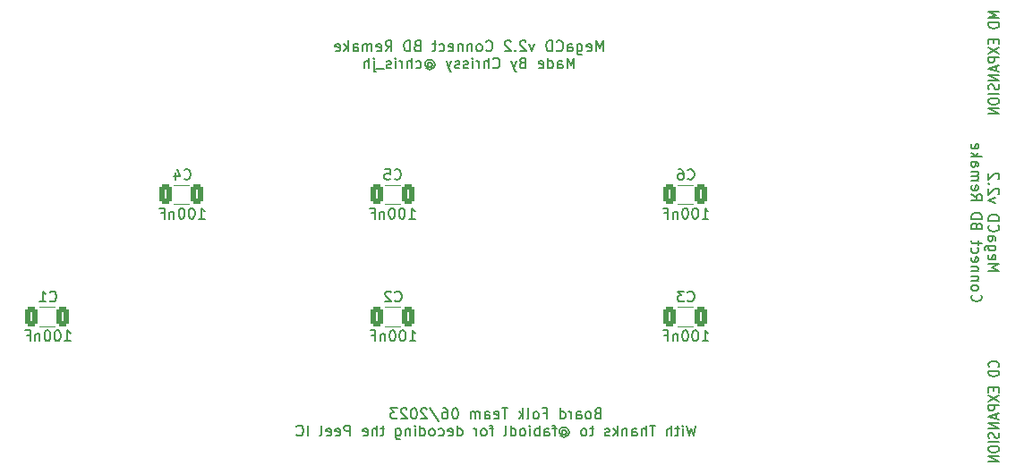
<source format=gbo>
G04 #@! TF.GenerationSoftware,KiCad,Pcbnew,7.0.2-0*
G04 #@! TF.CreationDate,2023-06-13T20:43:53+01:00*
G04 #@! TF.ProjectId,MegaCD-Connect BD Remake,4d656761-4344-42d4-936f-6e6e65637420,rev?*
G04 #@! TF.SameCoordinates,Original*
G04 #@! TF.FileFunction,Legend,Bot*
G04 #@! TF.FilePolarity,Positive*
%FSLAX46Y46*%
G04 Gerber Fmt 4.6, Leading zero omitted, Abs format (unit mm)*
G04 Created by KiCad (PCBNEW 7.0.2-0) date 2023-06-13 20:43:53*
%MOMM*%
%LPD*%
G01*
G04 APERTURE LIST*
G04 Aperture macros list*
%AMRoundRect*
0 Rectangle with rounded corners*
0 $1 Rounding radius*
0 $2 $3 $4 $5 $6 $7 $8 $9 X,Y pos of 4 corners*
0 Add a 4 corners polygon primitive as box body*
4,1,4,$2,$3,$4,$5,$6,$7,$8,$9,$2,$3,0*
0 Add four circle primitives for the rounded corners*
1,1,$1+$1,$2,$3*
1,1,$1+$1,$4,$5*
1,1,$1+$1,$6,$7*
1,1,$1+$1,$8,$9*
0 Add four rect primitives between the rounded corners*
20,1,$1+$1,$2,$3,$4,$5,0*
20,1,$1+$1,$4,$5,$6,$7,0*
20,1,$1+$1,$6,$7,$8,$9,0*
20,1,$1+$1,$8,$9,$2,$3,0*%
G04 Aperture macros list end*
%ADD10C,0.150000*%
%ADD11C,0.120000*%
%ADD12O,1.600000X2.400000*%
%ADD13R,1.600000X2.400000*%
%ADD14R,1.700000X1.700000*%
%ADD15O,1.700000X1.700000*%
%ADD16R,1.600000X1.600000*%
%ADD17O,1.600000X1.600000*%
%ADD18RoundRect,0.250000X-0.325000X-0.650000X0.325000X-0.650000X0.325000X0.650000X-0.325000X0.650000X0*%
G04 APERTURE END LIST*
D10*
X167328857Y-77251619D02*
X167328857Y-76251619D01*
X167328857Y-76251619D02*
X166995524Y-76965904D01*
X166995524Y-76965904D02*
X166662191Y-76251619D01*
X166662191Y-76251619D02*
X166662191Y-77251619D01*
X165805048Y-77204000D02*
X165900286Y-77251619D01*
X165900286Y-77251619D02*
X166090762Y-77251619D01*
X166090762Y-77251619D02*
X166186000Y-77204000D01*
X166186000Y-77204000D02*
X166233619Y-77108761D01*
X166233619Y-77108761D02*
X166233619Y-76727809D01*
X166233619Y-76727809D02*
X166186000Y-76632571D01*
X166186000Y-76632571D02*
X166090762Y-76584952D01*
X166090762Y-76584952D02*
X165900286Y-76584952D01*
X165900286Y-76584952D02*
X165805048Y-76632571D01*
X165805048Y-76632571D02*
X165757429Y-76727809D01*
X165757429Y-76727809D02*
X165757429Y-76823047D01*
X165757429Y-76823047D02*
X166233619Y-76918285D01*
X164900286Y-76584952D02*
X164900286Y-77394476D01*
X164900286Y-77394476D02*
X164947905Y-77489714D01*
X164947905Y-77489714D02*
X164995524Y-77537333D01*
X164995524Y-77537333D02*
X165090762Y-77584952D01*
X165090762Y-77584952D02*
X165233619Y-77584952D01*
X165233619Y-77584952D02*
X165328857Y-77537333D01*
X164900286Y-77204000D02*
X164995524Y-77251619D01*
X164995524Y-77251619D02*
X165186000Y-77251619D01*
X165186000Y-77251619D02*
X165281238Y-77204000D01*
X165281238Y-77204000D02*
X165328857Y-77156380D01*
X165328857Y-77156380D02*
X165376476Y-77061142D01*
X165376476Y-77061142D02*
X165376476Y-76775428D01*
X165376476Y-76775428D02*
X165328857Y-76680190D01*
X165328857Y-76680190D02*
X165281238Y-76632571D01*
X165281238Y-76632571D02*
X165186000Y-76584952D01*
X165186000Y-76584952D02*
X164995524Y-76584952D01*
X164995524Y-76584952D02*
X164900286Y-76632571D01*
X163995524Y-77251619D02*
X163995524Y-76727809D01*
X163995524Y-76727809D02*
X164043143Y-76632571D01*
X164043143Y-76632571D02*
X164138381Y-76584952D01*
X164138381Y-76584952D02*
X164328857Y-76584952D01*
X164328857Y-76584952D02*
X164424095Y-76632571D01*
X163995524Y-77204000D02*
X164090762Y-77251619D01*
X164090762Y-77251619D02*
X164328857Y-77251619D01*
X164328857Y-77251619D02*
X164424095Y-77204000D01*
X164424095Y-77204000D02*
X164471714Y-77108761D01*
X164471714Y-77108761D02*
X164471714Y-77013523D01*
X164471714Y-77013523D02*
X164424095Y-76918285D01*
X164424095Y-76918285D02*
X164328857Y-76870666D01*
X164328857Y-76870666D02*
X164090762Y-76870666D01*
X164090762Y-76870666D02*
X163995524Y-76823047D01*
X162947905Y-77156380D02*
X162995524Y-77204000D01*
X162995524Y-77204000D02*
X163138381Y-77251619D01*
X163138381Y-77251619D02*
X163233619Y-77251619D01*
X163233619Y-77251619D02*
X163376476Y-77204000D01*
X163376476Y-77204000D02*
X163471714Y-77108761D01*
X163471714Y-77108761D02*
X163519333Y-77013523D01*
X163519333Y-77013523D02*
X163566952Y-76823047D01*
X163566952Y-76823047D02*
X163566952Y-76680190D01*
X163566952Y-76680190D02*
X163519333Y-76489714D01*
X163519333Y-76489714D02*
X163471714Y-76394476D01*
X163471714Y-76394476D02*
X163376476Y-76299238D01*
X163376476Y-76299238D02*
X163233619Y-76251619D01*
X163233619Y-76251619D02*
X163138381Y-76251619D01*
X163138381Y-76251619D02*
X162995524Y-76299238D01*
X162995524Y-76299238D02*
X162947905Y-76346857D01*
X162519333Y-77251619D02*
X162519333Y-76251619D01*
X162519333Y-76251619D02*
X162281238Y-76251619D01*
X162281238Y-76251619D02*
X162138381Y-76299238D01*
X162138381Y-76299238D02*
X162043143Y-76394476D01*
X162043143Y-76394476D02*
X161995524Y-76489714D01*
X161995524Y-76489714D02*
X161947905Y-76680190D01*
X161947905Y-76680190D02*
X161947905Y-76823047D01*
X161947905Y-76823047D02*
X161995524Y-77013523D01*
X161995524Y-77013523D02*
X162043143Y-77108761D01*
X162043143Y-77108761D02*
X162138381Y-77204000D01*
X162138381Y-77204000D02*
X162281238Y-77251619D01*
X162281238Y-77251619D02*
X162519333Y-77251619D01*
X160852666Y-76584952D02*
X160614571Y-77251619D01*
X160614571Y-77251619D02*
X160376476Y-76584952D01*
X160043142Y-76346857D02*
X159995523Y-76299238D01*
X159995523Y-76299238D02*
X159900285Y-76251619D01*
X159900285Y-76251619D02*
X159662190Y-76251619D01*
X159662190Y-76251619D02*
X159566952Y-76299238D01*
X159566952Y-76299238D02*
X159519333Y-76346857D01*
X159519333Y-76346857D02*
X159471714Y-76442095D01*
X159471714Y-76442095D02*
X159471714Y-76537333D01*
X159471714Y-76537333D02*
X159519333Y-76680190D01*
X159519333Y-76680190D02*
X160090761Y-77251619D01*
X160090761Y-77251619D02*
X159471714Y-77251619D01*
X159043142Y-77156380D02*
X158995523Y-77204000D01*
X158995523Y-77204000D02*
X159043142Y-77251619D01*
X159043142Y-77251619D02*
X159090761Y-77204000D01*
X159090761Y-77204000D02*
X159043142Y-77156380D01*
X159043142Y-77156380D02*
X159043142Y-77251619D01*
X158614571Y-76346857D02*
X158566952Y-76299238D01*
X158566952Y-76299238D02*
X158471714Y-76251619D01*
X158471714Y-76251619D02*
X158233619Y-76251619D01*
X158233619Y-76251619D02*
X158138381Y-76299238D01*
X158138381Y-76299238D02*
X158090762Y-76346857D01*
X158090762Y-76346857D02*
X158043143Y-76442095D01*
X158043143Y-76442095D02*
X158043143Y-76537333D01*
X158043143Y-76537333D02*
X158090762Y-76680190D01*
X158090762Y-76680190D02*
X158662190Y-77251619D01*
X158662190Y-77251619D02*
X158043143Y-77251619D01*
X156281238Y-77156380D02*
X156328857Y-77204000D01*
X156328857Y-77204000D02*
X156471714Y-77251619D01*
X156471714Y-77251619D02*
X156566952Y-77251619D01*
X156566952Y-77251619D02*
X156709809Y-77204000D01*
X156709809Y-77204000D02*
X156805047Y-77108761D01*
X156805047Y-77108761D02*
X156852666Y-77013523D01*
X156852666Y-77013523D02*
X156900285Y-76823047D01*
X156900285Y-76823047D02*
X156900285Y-76680190D01*
X156900285Y-76680190D02*
X156852666Y-76489714D01*
X156852666Y-76489714D02*
X156805047Y-76394476D01*
X156805047Y-76394476D02*
X156709809Y-76299238D01*
X156709809Y-76299238D02*
X156566952Y-76251619D01*
X156566952Y-76251619D02*
X156471714Y-76251619D01*
X156471714Y-76251619D02*
X156328857Y-76299238D01*
X156328857Y-76299238D02*
X156281238Y-76346857D01*
X155709809Y-77251619D02*
X155805047Y-77204000D01*
X155805047Y-77204000D02*
X155852666Y-77156380D01*
X155852666Y-77156380D02*
X155900285Y-77061142D01*
X155900285Y-77061142D02*
X155900285Y-76775428D01*
X155900285Y-76775428D02*
X155852666Y-76680190D01*
X155852666Y-76680190D02*
X155805047Y-76632571D01*
X155805047Y-76632571D02*
X155709809Y-76584952D01*
X155709809Y-76584952D02*
X155566952Y-76584952D01*
X155566952Y-76584952D02*
X155471714Y-76632571D01*
X155471714Y-76632571D02*
X155424095Y-76680190D01*
X155424095Y-76680190D02*
X155376476Y-76775428D01*
X155376476Y-76775428D02*
X155376476Y-77061142D01*
X155376476Y-77061142D02*
X155424095Y-77156380D01*
X155424095Y-77156380D02*
X155471714Y-77204000D01*
X155471714Y-77204000D02*
X155566952Y-77251619D01*
X155566952Y-77251619D02*
X155709809Y-77251619D01*
X154947904Y-76584952D02*
X154947904Y-77251619D01*
X154947904Y-76680190D02*
X154900285Y-76632571D01*
X154900285Y-76632571D02*
X154805047Y-76584952D01*
X154805047Y-76584952D02*
X154662190Y-76584952D01*
X154662190Y-76584952D02*
X154566952Y-76632571D01*
X154566952Y-76632571D02*
X154519333Y-76727809D01*
X154519333Y-76727809D02*
X154519333Y-77251619D01*
X154043142Y-76584952D02*
X154043142Y-77251619D01*
X154043142Y-76680190D02*
X153995523Y-76632571D01*
X153995523Y-76632571D02*
X153900285Y-76584952D01*
X153900285Y-76584952D02*
X153757428Y-76584952D01*
X153757428Y-76584952D02*
X153662190Y-76632571D01*
X153662190Y-76632571D02*
X153614571Y-76727809D01*
X153614571Y-76727809D02*
X153614571Y-77251619D01*
X152757428Y-77204000D02*
X152852666Y-77251619D01*
X152852666Y-77251619D02*
X153043142Y-77251619D01*
X153043142Y-77251619D02*
X153138380Y-77204000D01*
X153138380Y-77204000D02*
X153185999Y-77108761D01*
X153185999Y-77108761D02*
X153185999Y-76727809D01*
X153185999Y-76727809D02*
X153138380Y-76632571D01*
X153138380Y-76632571D02*
X153043142Y-76584952D01*
X153043142Y-76584952D02*
X152852666Y-76584952D01*
X152852666Y-76584952D02*
X152757428Y-76632571D01*
X152757428Y-76632571D02*
X152709809Y-76727809D01*
X152709809Y-76727809D02*
X152709809Y-76823047D01*
X152709809Y-76823047D02*
X153185999Y-76918285D01*
X151852666Y-77204000D02*
X151947904Y-77251619D01*
X151947904Y-77251619D02*
X152138380Y-77251619D01*
X152138380Y-77251619D02*
X152233618Y-77204000D01*
X152233618Y-77204000D02*
X152281237Y-77156380D01*
X152281237Y-77156380D02*
X152328856Y-77061142D01*
X152328856Y-77061142D02*
X152328856Y-76775428D01*
X152328856Y-76775428D02*
X152281237Y-76680190D01*
X152281237Y-76680190D02*
X152233618Y-76632571D01*
X152233618Y-76632571D02*
X152138380Y-76584952D01*
X152138380Y-76584952D02*
X151947904Y-76584952D01*
X151947904Y-76584952D02*
X151852666Y-76632571D01*
X151566951Y-76584952D02*
X151185999Y-76584952D01*
X151424094Y-76251619D02*
X151424094Y-77108761D01*
X151424094Y-77108761D02*
X151376475Y-77204000D01*
X151376475Y-77204000D02*
X151281237Y-77251619D01*
X151281237Y-77251619D02*
X151185999Y-77251619D01*
X149757427Y-76727809D02*
X149614570Y-76775428D01*
X149614570Y-76775428D02*
X149566951Y-76823047D01*
X149566951Y-76823047D02*
X149519332Y-76918285D01*
X149519332Y-76918285D02*
X149519332Y-77061142D01*
X149519332Y-77061142D02*
X149566951Y-77156380D01*
X149566951Y-77156380D02*
X149614570Y-77204000D01*
X149614570Y-77204000D02*
X149709808Y-77251619D01*
X149709808Y-77251619D02*
X150090760Y-77251619D01*
X150090760Y-77251619D02*
X150090760Y-76251619D01*
X150090760Y-76251619D02*
X149757427Y-76251619D01*
X149757427Y-76251619D02*
X149662189Y-76299238D01*
X149662189Y-76299238D02*
X149614570Y-76346857D01*
X149614570Y-76346857D02*
X149566951Y-76442095D01*
X149566951Y-76442095D02*
X149566951Y-76537333D01*
X149566951Y-76537333D02*
X149614570Y-76632571D01*
X149614570Y-76632571D02*
X149662189Y-76680190D01*
X149662189Y-76680190D02*
X149757427Y-76727809D01*
X149757427Y-76727809D02*
X150090760Y-76727809D01*
X149090760Y-77251619D02*
X149090760Y-76251619D01*
X149090760Y-76251619D02*
X148852665Y-76251619D01*
X148852665Y-76251619D02*
X148709808Y-76299238D01*
X148709808Y-76299238D02*
X148614570Y-76394476D01*
X148614570Y-76394476D02*
X148566951Y-76489714D01*
X148566951Y-76489714D02*
X148519332Y-76680190D01*
X148519332Y-76680190D02*
X148519332Y-76823047D01*
X148519332Y-76823047D02*
X148566951Y-77013523D01*
X148566951Y-77013523D02*
X148614570Y-77108761D01*
X148614570Y-77108761D02*
X148709808Y-77204000D01*
X148709808Y-77204000D02*
X148852665Y-77251619D01*
X148852665Y-77251619D02*
X149090760Y-77251619D01*
X146757427Y-77251619D02*
X147090760Y-76775428D01*
X147328855Y-77251619D02*
X147328855Y-76251619D01*
X147328855Y-76251619D02*
X146947903Y-76251619D01*
X146947903Y-76251619D02*
X146852665Y-76299238D01*
X146852665Y-76299238D02*
X146805046Y-76346857D01*
X146805046Y-76346857D02*
X146757427Y-76442095D01*
X146757427Y-76442095D02*
X146757427Y-76584952D01*
X146757427Y-76584952D02*
X146805046Y-76680190D01*
X146805046Y-76680190D02*
X146852665Y-76727809D01*
X146852665Y-76727809D02*
X146947903Y-76775428D01*
X146947903Y-76775428D02*
X147328855Y-76775428D01*
X145947903Y-77204000D02*
X146043141Y-77251619D01*
X146043141Y-77251619D02*
X146233617Y-77251619D01*
X146233617Y-77251619D02*
X146328855Y-77204000D01*
X146328855Y-77204000D02*
X146376474Y-77108761D01*
X146376474Y-77108761D02*
X146376474Y-76727809D01*
X146376474Y-76727809D02*
X146328855Y-76632571D01*
X146328855Y-76632571D02*
X146233617Y-76584952D01*
X146233617Y-76584952D02*
X146043141Y-76584952D01*
X146043141Y-76584952D02*
X145947903Y-76632571D01*
X145947903Y-76632571D02*
X145900284Y-76727809D01*
X145900284Y-76727809D02*
X145900284Y-76823047D01*
X145900284Y-76823047D02*
X146376474Y-76918285D01*
X145471712Y-77251619D02*
X145471712Y-76584952D01*
X145471712Y-76680190D02*
X145424093Y-76632571D01*
X145424093Y-76632571D02*
X145328855Y-76584952D01*
X145328855Y-76584952D02*
X145185998Y-76584952D01*
X145185998Y-76584952D02*
X145090760Y-76632571D01*
X145090760Y-76632571D02*
X145043141Y-76727809D01*
X145043141Y-76727809D02*
X145043141Y-77251619D01*
X145043141Y-76727809D02*
X144995522Y-76632571D01*
X144995522Y-76632571D02*
X144900284Y-76584952D01*
X144900284Y-76584952D02*
X144757427Y-76584952D01*
X144757427Y-76584952D02*
X144662188Y-76632571D01*
X144662188Y-76632571D02*
X144614569Y-76727809D01*
X144614569Y-76727809D02*
X144614569Y-77251619D01*
X143709808Y-77251619D02*
X143709808Y-76727809D01*
X143709808Y-76727809D02*
X143757427Y-76632571D01*
X143757427Y-76632571D02*
X143852665Y-76584952D01*
X143852665Y-76584952D02*
X144043141Y-76584952D01*
X144043141Y-76584952D02*
X144138379Y-76632571D01*
X143709808Y-77204000D02*
X143805046Y-77251619D01*
X143805046Y-77251619D02*
X144043141Y-77251619D01*
X144043141Y-77251619D02*
X144138379Y-77204000D01*
X144138379Y-77204000D02*
X144185998Y-77108761D01*
X144185998Y-77108761D02*
X144185998Y-77013523D01*
X144185998Y-77013523D02*
X144138379Y-76918285D01*
X144138379Y-76918285D02*
X144043141Y-76870666D01*
X144043141Y-76870666D02*
X143805046Y-76870666D01*
X143805046Y-76870666D02*
X143709808Y-76823047D01*
X143233617Y-77251619D02*
X143233617Y-76251619D01*
X143138379Y-76870666D02*
X142852665Y-77251619D01*
X142852665Y-76584952D02*
X143233617Y-76965904D01*
X142043141Y-77204000D02*
X142138379Y-77251619D01*
X142138379Y-77251619D02*
X142328855Y-77251619D01*
X142328855Y-77251619D02*
X142424093Y-77204000D01*
X142424093Y-77204000D02*
X142471712Y-77108761D01*
X142471712Y-77108761D02*
X142471712Y-76727809D01*
X142471712Y-76727809D02*
X142424093Y-76632571D01*
X142424093Y-76632571D02*
X142328855Y-76584952D01*
X142328855Y-76584952D02*
X142138379Y-76584952D01*
X142138379Y-76584952D02*
X142043141Y-76632571D01*
X142043141Y-76632571D02*
X141995522Y-76727809D01*
X141995522Y-76727809D02*
X141995522Y-76823047D01*
X141995522Y-76823047D02*
X142471712Y-76918285D01*
X164614571Y-78871619D02*
X164614571Y-77871619D01*
X164614571Y-77871619D02*
X164281238Y-78585904D01*
X164281238Y-78585904D02*
X163947905Y-77871619D01*
X163947905Y-77871619D02*
X163947905Y-78871619D01*
X163043143Y-78871619D02*
X163043143Y-78347809D01*
X163043143Y-78347809D02*
X163090762Y-78252571D01*
X163090762Y-78252571D02*
X163186000Y-78204952D01*
X163186000Y-78204952D02*
X163376476Y-78204952D01*
X163376476Y-78204952D02*
X163471714Y-78252571D01*
X163043143Y-78824000D02*
X163138381Y-78871619D01*
X163138381Y-78871619D02*
X163376476Y-78871619D01*
X163376476Y-78871619D02*
X163471714Y-78824000D01*
X163471714Y-78824000D02*
X163519333Y-78728761D01*
X163519333Y-78728761D02*
X163519333Y-78633523D01*
X163519333Y-78633523D02*
X163471714Y-78538285D01*
X163471714Y-78538285D02*
X163376476Y-78490666D01*
X163376476Y-78490666D02*
X163138381Y-78490666D01*
X163138381Y-78490666D02*
X163043143Y-78443047D01*
X162138381Y-78871619D02*
X162138381Y-77871619D01*
X162138381Y-78824000D02*
X162233619Y-78871619D01*
X162233619Y-78871619D02*
X162424095Y-78871619D01*
X162424095Y-78871619D02*
X162519333Y-78824000D01*
X162519333Y-78824000D02*
X162566952Y-78776380D01*
X162566952Y-78776380D02*
X162614571Y-78681142D01*
X162614571Y-78681142D02*
X162614571Y-78395428D01*
X162614571Y-78395428D02*
X162566952Y-78300190D01*
X162566952Y-78300190D02*
X162519333Y-78252571D01*
X162519333Y-78252571D02*
X162424095Y-78204952D01*
X162424095Y-78204952D02*
X162233619Y-78204952D01*
X162233619Y-78204952D02*
X162138381Y-78252571D01*
X161281238Y-78824000D02*
X161376476Y-78871619D01*
X161376476Y-78871619D02*
X161566952Y-78871619D01*
X161566952Y-78871619D02*
X161662190Y-78824000D01*
X161662190Y-78824000D02*
X161709809Y-78728761D01*
X161709809Y-78728761D02*
X161709809Y-78347809D01*
X161709809Y-78347809D02*
X161662190Y-78252571D01*
X161662190Y-78252571D02*
X161566952Y-78204952D01*
X161566952Y-78204952D02*
X161376476Y-78204952D01*
X161376476Y-78204952D02*
X161281238Y-78252571D01*
X161281238Y-78252571D02*
X161233619Y-78347809D01*
X161233619Y-78347809D02*
X161233619Y-78443047D01*
X161233619Y-78443047D02*
X161709809Y-78538285D01*
X159709809Y-78347809D02*
X159566952Y-78395428D01*
X159566952Y-78395428D02*
X159519333Y-78443047D01*
X159519333Y-78443047D02*
X159471714Y-78538285D01*
X159471714Y-78538285D02*
X159471714Y-78681142D01*
X159471714Y-78681142D02*
X159519333Y-78776380D01*
X159519333Y-78776380D02*
X159566952Y-78824000D01*
X159566952Y-78824000D02*
X159662190Y-78871619D01*
X159662190Y-78871619D02*
X160043142Y-78871619D01*
X160043142Y-78871619D02*
X160043142Y-77871619D01*
X160043142Y-77871619D02*
X159709809Y-77871619D01*
X159709809Y-77871619D02*
X159614571Y-77919238D01*
X159614571Y-77919238D02*
X159566952Y-77966857D01*
X159566952Y-77966857D02*
X159519333Y-78062095D01*
X159519333Y-78062095D02*
X159519333Y-78157333D01*
X159519333Y-78157333D02*
X159566952Y-78252571D01*
X159566952Y-78252571D02*
X159614571Y-78300190D01*
X159614571Y-78300190D02*
X159709809Y-78347809D01*
X159709809Y-78347809D02*
X160043142Y-78347809D01*
X159138380Y-78204952D02*
X158900285Y-78871619D01*
X158662190Y-78204952D02*
X158900285Y-78871619D01*
X158900285Y-78871619D02*
X158995523Y-79109714D01*
X158995523Y-79109714D02*
X159043142Y-79157333D01*
X159043142Y-79157333D02*
X159138380Y-79204952D01*
X156947904Y-78776380D02*
X156995523Y-78824000D01*
X156995523Y-78824000D02*
X157138380Y-78871619D01*
X157138380Y-78871619D02*
X157233618Y-78871619D01*
X157233618Y-78871619D02*
X157376475Y-78824000D01*
X157376475Y-78824000D02*
X157471713Y-78728761D01*
X157471713Y-78728761D02*
X157519332Y-78633523D01*
X157519332Y-78633523D02*
X157566951Y-78443047D01*
X157566951Y-78443047D02*
X157566951Y-78300190D01*
X157566951Y-78300190D02*
X157519332Y-78109714D01*
X157519332Y-78109714D02*
X157471713Y-78014476D01*
X157471713Y-78014476D02*
X157376475Y-77919238D01*
X157376475Y-77919238D02*
X157233618Y-77871619D01*
X157233618Y-77871619D02*
X157138380Y-77871619D01*
X157138380Y-77871619D02*
X156995523Y-77919238D01*
X156995523Y-77919238D02*
X156947904Y-77966857D01*
X156519332Y-78871619D02*
X156519332Y-77871619D01*
X156090761Y-78871619D02*
X156090761Y-78347809D01*
X156090761Y-78347809D02*
X156138380Y-78252571D01*
X156138380Y-78252571D02*
X156233618Y-78204952D01*
X156233618Y-78204952D02*
X156376475Y-78204952D01*
X156376475Y-78204952D02*
X156471713Y-78252571D01*
X156471713Y-78252571D02*
X156519332Y-78300190D01*
X155614570Y-78871619D02*
X155614570Y-78204952D01*
X155614570Y-78395428D02*
X155566951Y-78300190D01*
X155566951Y-78300190D02*
X155519332Y-78252571D01*
X155519332Y-78252571D02*
X155424094Y-78204952D01*
X155424094Y-78204952D02*
X155328856Y-78204952D01*
X154995522Y-78871619D02*
X154995522Y-78204952D01*
X154995522Y-77871619D02*
X155043141Y-77919238D01*
X155043141Y-77919238D02*
X154995522Y-77966857D01*
X154995522Y-77966857D02*
X154947903Y-77919238D01*
X154947903Y-77919238D02*
X154995522Y-77871619D01*
X154995522Y-77871619D02*
X154995522Y-77966857D01*
X154566951Y-78824000D02*
X154471713Y-78871619D01*
X154471713Y-78871619D02*
X154281237Y-78871619D01*
X154281237Y-78871619D02*
X154185999Y-78824000D01*
X154185999Y-78824000D02*
X154138380Y-78728761D01*
X154138380Y-78728761D02*
X154138380Y-78681142D01*
X154138380Y-78681142D02*
X154185999Y-78585904D01*
X154185999Y-78585904D02*
X154281237Y-78538285D01*
X154281237Y-78538285D02*
X154424094Y-78538285D01*
X154424094Y-78538285D02*
X154519332Y-78490666D01*
X154519332Y-78490666D02*
X154566951Y-78395428D01*
X154566951Y-78395428D02*
X154566951Y-78347809D01*
X154566951Y-78347809D02*
X154519332Y-78252571D01*
X154519332Y-78252571D02*
X154424094Y-78204952D01*
X154424094Y-78204952D02*
X154281237Y-78204952D01*
X154281237Y-78204952D02*
X154185999Y-78252571D01*
X153757427Y-78824000D02*
X153662189Y-78871619D01*
X153662189Y-78871619D02*
X153471713Y-78871619D01*
X153471713Y-78871619D02*
X153376475Y-78824000D01*
X153376475Y-78824000D02*
X153328856Y-78728761D01*
X153328856Y-78728761D02*
X153328856Y-78681142D01*
X153328856Y-78681142D02*
X153376475Y-78585904D01*
X153376475Y-78585904D02*
X153471713Y-78538285D01*
X153471713Y-78538285D02*
X153614570Y-78538285D01*
X153614570Y-78538285D02*
X153709808Y-78490666D01*
X153709808Y-78490666D02*
X153757427Y-78395428D01*
X153757427Y-78395428D02*
X153757427Y-78347809D01*
X153757427Y-78347809D02*
X153709808Y-78252571D01*
X153709808Y-78252571D02*
X153614570Y-78204952D01*
X153614570Y-78204952D02*
X153471713Y-78204952D01*
X153471713Y-78204952D02*
X153376475Y-78252571D01*
X152995522Y-78204952D02*
X152757427Y-78871619D01*
X152519332Y-78204952D02*
X152757427Y-78871619D01*
X152757427Y-78871619D02*
X152852665Y-79109714D01*
X152852665Y-79109714D02*
X152900284Y-79157333D01*
X152900284Y-79157333D02*
X152995522Y-79204952D01*
X150757427Y-78395428D02*
X150805046Y-78347809D01*
X150805046Y-78347809D02*
X150900284Y-78300190D01*
X150900284Y-78300190D02*
X150995522Y-78300190D01*
X150995522Y-78300190D02*
X151090760Y-78347809D01*
X151090760Y-78347809D02*
X151138379Y-78395428D01*
X151138379Y-78395428D02*
X151185998Y-78490666D01*
X151185998Y-78490666D02*
X151185998Y-78585904D01*
X151185998Y-78585904D02*
X151138379Y-78681142D01*
X151138379Y-78681142D02*
X151090760Y-78728761D01*
X151090760Y-78728761D02*
X150995522Y-78776380D01*
X150995522Y-78776380D02*
X150900284Y-78776380D01*
X150900284Y-78776380D02*
X150805046Y-78728761D01*
X150805046Y-78728761D02*
X150757427Y-78681142D01*
X150757427Y-78300190D02*
X150757427Y-78681142D01*
X150757427Y-78681142D02*
X150709808Y-78728761D01*
X150709808Y-78728761D02*
X150662189Y-78728761D01*
X150662189Y-78728761D02*
X150566950Y-78681142D01*
X150566950Y-78681142D02*
X150519331Y-78585904D01*
X150519331Y-78585904D02*
X150519331Y-78347809D01*
X150519331Y-78347809D02*
X150614570Y-78204952D01*
X150614570Y-78204952D02*
X150757427Y-78109714D01*
X150757427Y-78109714D02*
X150947903Y-78062095D01*
X150947903Y-78062095D02*
X151138379Y-78109714D01*
X151138379Y-78109714D02*
X151281236Y-78204952D01*
X151281236Y-78204952D02*
X151376474Y-78347809D01*
X151376474Y-78347809D02*
X151424093Y-78538285D01*
X151424093Y-78538285D02*
X151376474Y-78728761D01*
X151376474Y-78728761D02*
X151281236Y-78871619D01*
X151281236Y-78871619D02*
X151138379Y-78966857D01*
X151138379Y-78966857D02*
X150947903Y-79014476D01*
X150947903Y-79014476D02*
X150757427Y-78966857D01*
X150757427Y-78966857D02*
X150614570Y-78871619D01*
X149662189Y-78824000D02*
X149757427Y-78871619D01*
X149757427Y-78871619D02*
X149947903Y-78871619D01*
X149947903Y-78871619D02*
X150043141Y-78824000D01*
X150043141Y-78824000D02*
X150090760Y-78776380D01*
X150090760Y-78776380D02*
X150138379Y-78681142D01*
X150138379Y-78681142D02*
X150138379Y-78395428D01*
X150138379Y-78395428D02*
X150090760Y-78300190D01*
X150090760Y-78300190D02*
X150043141Y-78252571D01*
X150043141Y-78252571D02*
X149947903Y-78204952D01*
X149947903Y-78204952D02*
X149757427Y-78204952D01*
X149757427Y-78204952D02*
X149662189Y-78252571D01*
X149233617Y-78871619D02*
X149233617Y-77871619D01*
X148805046Y-78871619D02*
X148805046Y-78347809D01*
X148805046Y-78347809D02*
X148852665Y-78252571D01*
X148852665Y-78252571D02*
X148947903Y-78204952D01*
X148947903Y-78204952D02*
X149090760Y-78204952D01*
X149090760Y-78204952D02*
X149185998Y-78252571D01*
X149185998Y-78252571D02*
X149233617Y-78300190D01*
X148328855Y-78871619D02*
X148328855Y-78204952D01*
X148328855Y-78395428D02*
X148281236Y-78300190D01*
X148281236Y-78300190D02*
X148233617Y-78252571D01*
X148233617Y-78252571D02*
X148138379Y-78204952D01*
X148138379Y-78204952D02*
X148043141Y-78204952D01*
X147709807Y-78871619D02*
X147709807Y-78204952D01*
X147709807Y-77871619D02*
X147757426Y-77919238D01*
X147757426Y-77919238D02*
X147709807Y-77966857D01*
X147709807Y-77966857D02*
X147662188Y-77919238D01*
X147662188Y-77919238D02*
X147709807Y-77871619D01*
X147709807Y-77871619D02*
X147709807Y-77966857D01*
X147281236Y-78824000D02*
X147185998Y-78871619D01*
X147185998Y-78871619D02*
X146995522Y-78871619D01*
X146995522Y-78871619D02*
X146900284Y-78824000D01*
X146900284Y-78824000D02*
X146852665Y-78728761D01*
X146852665Y-78728761D02*
X146852665Y-78681142D01*
X146852665Y-78681142D02*
X146900284Y-78585904D01*
X146900284Y-78585904D02*
X146995522Y-78538285D01*
X146995522Y-78538285D02*
X147138379Y-78538285D01*
X147138379Y-78538285D02*
X147233617Y-78490666D01*
X147233617Y-78490666D02*
X147281236Y-78395428D01*
X147281236Y-78395428D02*
X147281236Y-78347809D01*
X147281236Y-78347809D02*
X147233617Y-78252571D01*
X147233617Y-78252571D02*
X147138379Y-78204952D01*
X147138379Y-78204952D02*
X146995522Y-78204952D01*
X146995522Y-78204952D02*
X146900284Y-78252571D01*
X146662189Y-78966857D02*
X145900284Y-78966857D01*
X145662188Y-78204952D02*
X145662188Y-79062095D01*
X145662188Y-79062095D02*
X145709807Y-79157333D01*
X145709807Y-79157333D02*
X145805045Y-79204952D01*
X145805045Y-79204952D02*
X145852664Y-79204952D01*
X145662188Y-77871619D02*
X145709807Y-77919238D01*
X145709807Y-77919238D02*
X145662188Y-77966857D01*
X145662188Y-77966857D02*
X145614569Y-77919238D01*
X145614569Y-77919238D02*
X145662188Y-77871619D01*
X145662188Y-77871619D02*
X145662188Y-77966857D01*
X145185998Y-78871619D02*
X145185998Y-77871619D01*
X144757427Y-78871619D02*
X144757427Y-78347809D01*
X144757427Y-78347809D02*
X144805046Y-78252571D01*
X144805046Y-78252571D02*
X144900284Y-78204952D01*
X144900284Y-78204952D02*
X145043141Y-78204952D01*
X145043141Y-78204952D02*
X145138379Y-78252571D01*
X145138379Y-78252571D02*
X145185998Y-78300190D01*
X204710380Y-107136143D02*
X204758000Y-107093286D01*
X204758000Y-107093286D02*
X204805619Y-106964714D01*
X204805619Y-106964714D02*
X204805619Y-106879000D01*
X204805619Y-106879000D02*
X204758000Y-106750429D01*
X204758000Y-106750429D02*
X204662761Y-106664714D01*
X204662761Y-106664714D02*
X204567523Y-106621857D01*
X204567523Y-106621857D02*
X204377047Y-106579000D01*
X204377047Y-106579000D02*
X204234190Y-106579000D01*
X204234190Y-106579000D02*
X204043714Y-106621857D01*
X204043714Y-106621857D02*
X203948476Y-106664714D01*
X203948476Y-106664714D02*
X203853238Y-106750429D01*
X203853238Y-106750429D02*
X203805619Y-106879000D01*
X203805619Y-106879000D02*
X203805619Y-106964714D01*
X203805619Y-106964714D02*
X203853238Y-107093286D01*
X203853238Y-107093286D02*
X203900857Y-107136143D01*
X204805619Y-107521857D02*
X203805619Y-107521857D01*
X203805619Y-107521857D02*
X203805619Y-107736143D01*
X203805619Y-107736143D02*
X203853238Y-107864714D01*
X203853238Y-107864714D02*
X203948476Y-107950429D01*
X203948476Y-107950429D02*
X204043714Y-107993286D01*
X204043714Y-107993286D02*
X204234190Y-108036143D01*
X204234190Y-108036143D02*
X204377047Y-108036143D01*
X204377047Y-108036143D02*
X204567523Y-107993286D01*
X204567523Y-107993286D02*
X204662761Y-107950429D01*
X204662761Y-107950429D02*
X204758000Y-107864714D01*
X204758000Y-107864714D02*
X204805619Y-107736143D01*
X204805619Y-107736143D02*
X204805619Y-107521857D01*
X204281809Y-109107571D02*
X204281809Y-109407571D01*
X204805619Y-109536143D02*
X204805619Y-109107571D01*
X204805619Y-109107571D02*
X203805619Y-109107571D01*
X203805619Y-109107571D02*
X203805619Y-109536143D01*
X203805619Y-109836143D02*
X204805619Y-110436143D01*
X203805619Y-110436143D02*
X204805619Y-109836143D01*
X204805619Y-110779000D02*
X203805619Y-110779000D01*
X203805619Y-110779000D02*
X203805619Y-111121857D01*
X203805619Y-111121857D02*
X203853238Y-111207572D01*
X203853238Y-111207572D02*
X203900857Y-111250429D01*
X203900857Y-111250429D02*
X203996095Y-111293286D01*
X203996095Y-111293286D02*
X204138952Y-111293286D01*
X204138952Y-111293286D02*
X204234190Y-111250429D01*
X204234190Y-111250429D02*
X204281809Y-111207572D01*
X204281809Y-111207572D02*
X204329428Y-111121857D01*
X204329428Y-111121857D02*
X204329428Y-110779000D01*
X204519904Y-111636143D02*
X204519904Y-112064715D01*
X204805619Y-111550429D02*
X203805619Y-111850429D01*
X203805619Y-111850429D02*
X204805619Y-112150429D01*
X204805619Y-112450429D02*
X203805619Y-112450429D01*
X203805619Y-112450429D02*
X204805619Y-112964715D01*
X204805619Y-112964715D02*
X203805619Y-112964715D01*
X204758000Y-113350429D02*
X204805619Y-113479001D01*
X204805619Y-113479001D02*
X204805619Y-113693286D01*
X204805619Y-113693286D02*
X204758000Y-113779001D01*
X204758000Y-113779001D02*
X204710380Y-113821858D01*
X204710380Y-113821858D02*
X204615142Y-113864715D01*
X204615142Y-113864715D02*
X204519904Y-113864715D01*
X204519904Y-113864715D02*
X204424666Y-113821858D01*
X204424666Y-113821858D02*
X204377047Y-113779001D01*
X204377047Y-113779001D02*
X204329428Y-113693286D01*
X204329428Y-113693286D02*
X204281809Y-113521858D01*
X204281809Y-113521858D02*
X204234190Y-113436143D01*
X204234190Y-113436143D02*
X204186571Y-113393286D01*
X204186571Y-113393286D02*
X204091333Y-113350429D01*
X204091333Y-113350429D02*
X203996095Y-113350429D01*
X203996095Y-113350429D02*
X203900857Y-113393286D01*
X203900857Y-113393286D02*
X203853238Y-113436143D01*
X203853238Y-113436143D02*
X203805619Y-113521858D01*
X203805619Y-113521858D02*
X203805619Y-113736143D01*
X203805619Y-113736143D02*
X203853238Y-113864715D01*
X204805619Y-114250429D02*
X203805619Y-114250429D01*
X203805619Y-114850429D02*
X203805619Y-115021857D01*
X203805619Y-115021857D02*
X203853238Y-115107572D01*
X203853238Y-115107572D02*
X203948476Y-115193286D01*
X203948476Y-115193286D02*
X204138952Y-115236143D01*
X204138952Y-115236143D02*
X204472285Y-115236143D01*
X204472285Y-115236143D02*
X204662761Y-115193286D01*
X204662761Y-115193286D02*
X204758000Y-115107572D01*
X204758000Y-115107572D02*
X204805619Y-115021857D01*
X204805619Y-115021857D02*
X204805619Y-114850429D01*
X204805619Y-114850429D02*
X204758000Y-114764715D01*
X204758000Y-114764715D02*
X204662761Y-114679000D01*
X204662761Y-114679000D02*
X204472285Y-114636143D01*
X204472285Y-114636143D02*
X204138952Y-114636143D01*
X204138952Y-114636143D02*
X203948476Y-114679000D01*
X203948476Y-114679000D02*
X203853238Y-114764715D01*
X203853238Y-114764715D02*
X203805619Y-114850429D01*
X204805619Y-115621857D02*
X203805619Y-115621857D01*
X203805619Y-115621857D02*
X204805619Y-116136143D01*
X204805619Y-116136143D02*
X203805619Y-116136143D01*
X203799380Y-98091047D02*
X204799380Y-98091047D01*
X204799380Y-98091047D02*
X204085095Y-97757714D01*
X204085095Y-97757714D02*
X204799380Y-97424381D01*
X204799380Y-97424381D02*
X203799380Y-97424381D01*
X203847000Y-96567238D02*
X203799380Y-96662476D01*
X203799380Y-96662476D02*
X203799380Y-96852952D01*
X203799380Y-96852952D02*
X203847000Y-96948190D01*
X203847000Y-96948190D02*
X203942238Y-96995809D01*
X203942238Y-96995809D02*
X204323190Y-96995809D01*
X204323190Y-96995809D02*
X204418428Y-96948190D01*
X204418428Y-96948190D02*
X204466047Y-96852952D01*
X204466047Y-96852952D02*
X204466047Y-96662476D01*
X204466047Y-96662476D02*
X204418428Y-96567238D01*
X204418428Y-96567238D02*
X204323190Y-96519619D01*
X204323190Y-96519619D02*
X204227952Y-96519619D01*
X204227952Y-96519619D02*
X204132714Y-96995809D01*
X204466047Y-95662476D02*
X203656523Y-95662476D01*
X203656523Y-95662476D02*
X203561285Y-95710095D01*
X203561285Y-95710095D02*
X203513666Y-95757714D01*
X203513666Y-95757714D02*
X203466047Y-95852952D01*
X203466047Y-95852952D02*
X203466047Y-95995809D01*
X203466047Y-95995809D02*
X203513666Y-96091047D01*
X203847000Y-95662476D02*
X203799380Y-95757714D01*
X203799380Y-95757714D02*
X203799380Y-95948190D01*
X203799380Y-95948190D02*
X203847000Y-96043428D01*
X203847000Y-96043428D02*
X203894619Y-96091047D01*
X203894619Y-96091047D02*
X203989857Y-96138666D01*
X203989857Y-96138666D02*
X204275571Y-96138666D01*
X204275571Y-96138666D02*
X204370809Y-96091047D01*
X204370809Y-96091047D02*
X204418428Y-96043428D01*
X204418428Y-96043428D02*
X204466047Y-95948190D01*
X204466047Y-95948190D02*
X204466047Y-95757714D01*
X204466047Y-95757714D02*
X204418428Y-95662476D01*
X203799380Y-94757714D02*
X204323190Y-94757714D01*
X204323190Y-94757714D02*
X204418428Y-94805333D01*
X204418428Y-94805333D02*
X204466047Y-94900571D01*
X204466047Y-94900571D02*
X204466047Y-95091047D01*
X204466047Y-95091047D02*
X204418428Y-95186285D01*
X203847000Y-94757714D02*
X203799380Y-94852952D01*
X203799380Y-94852952D02*
X203799380Y-95091047D01*
X203799380Y-95091047D02*
X203847000Y-95186285D01*
X203847000Y-95186285D02*
X203942238Y-95233904D01*
X203942238Y-95233904D02*
X204037476Y-95233904D01*
X204037476Y-95233904D02*
X204132714Y-95186285D01*
X204132714Y-95186285D02*
X204180333Y-95091047D01*
X204180333Y-95091047D02*
X204180333Y-94852952D01*
X204180333Y-94852952D02*
X204227952Y-94757714D01*
X203894619Y-93710095D02*
X203847000Y-93757714D01*
X203847000Y-93757714D02*
X203799380Y-93900571D01*
X203799380Y-93900571D02*
X203799380Y-93995809D01*
X203799380Y-93995809D02*
X203847000Y-94138666D01*
X203847000Y-94138666D02*
X203942238Y-94233904D01*
X203942238Y-94233904D02*
X204037476Y-94281523D01*
X204037476Y-94281523D02*
X204227952Y-94329142D01*
X204227952Y-94329142D02*
X204370809Y-94329142D01*
X204370809Y-94329142D02*
X204561285Y-94281523D01*
X204561285Y-94281523D02*
X204656523Y-94233904D01*
X204656523Y-94233904D02*
X204751761Y-94138666D01*
X204751761Y-94138666D02*
X204799380Y-93995809D01*
X204799380Y-93995809D02*
X204799380Y-93900571D01*
X204799380Y-93900571D02*
X204751761Y-93757714D01*
X204751761Y-93757714D02*
X204704142Y-93710095D01*
X203799380Y-93281523D02*
X204799380Y-93281523D01*
X204799380Y-93281523D02*
X204799380Y-93043428D01*
X204799380Y-93043428D02*
X204751761Y-92900571D01*
X204751761Y-92900571D02*
X204656523Y-92805333D01*
X204656523Y-92805333D02*
X204561285Y-92757714D01*
X204561285Y-92757714D02*
X204370809Y-92710095D01*
X204370809Y-92710095D02*
X204227952Y-92710095D01*
X204227952Y-92710095D02*
X204037476Y-92757714D01*
X204037476Y-92757714D02*
X203942238Y-92805333D01*
X203942238Y-92805333D02*
X203847000Y-92900571D01*
X203847000Y-92900571D02*
X203799380Y-93043428D01*
X203799380Y-93043428D02*
X203799380Y-93281523D01*
X204466047Y-91614856D02*
X203799380Y-91376761D01*
X203799380Y-91376761D02*
X204466047Y-91138666D01*
X204704142Y-90805332D02*
X204751761Y-90757713D01*
X204751761Y-90757713D02*
X204799380Y-90662475D01*
X204799380Y-90662475D02*
X204799380Y-90424380D01*
X204799380Y-90424380D02*
X204751761Y-90329142D01*
X204751761Y-90329142D02*
X204704142Y-90281523D01*
X204704142Y-90281523D02*
X204608904Y-90233904D01*
X204608904Y-90233904D02*
X204513666Y-90233904D01*
X204513666Y-90233904D02*
X204370809Y-90281523D01*
X204370809Y-90281523D02*
X203799380Y-90852951D01*
X203799380Y-90852951D02*
X203799380Y-90233904D01*
X203894619Y-89805332D02*
X203847000Y-89757713D01*
X203847000Y-89757713D02*
X203799380Y-89805332D01*
X203799380Y-89805332D02*
X203847000Y-89852951D01*
X203847000Y-89852951D02*
X203894619Y-89805332D01*
X203894619Y-89805332D02*
X203799380Y-89805332D01*
X204704142Y-89376761D02*
X204751761Y-89329142D01*
X204751761Y-89329142D02*
X204799380Y-89233904D01*
X204799380Y-89233904D02*
X204799380Y-88995809D01*
X204799380Y-88995809D02*
X204751761Y-88900571D01*
X204751761Y-88900571D02*
X204704142Y-88852952D01*
X204704142Y-88852952D02*
X204608904Y-88805333D01*
X204608904Y-88805333D02*
X204513666Y-88805333D01*
X204513666Y-88805333D02*
X204370809Y-88852952D01*
X204370809Y-88852952D02*
X203799380Y-89424380D01*
X203799380Y-89424380D02*
X203799380Y-88805333D01*
X202274619Y-100305334D02*
X202227000Y-100352953D01*
X202227000Y-100352953D02*
X202179380Y-100495810D01*
X202179380Y-100495810D02*
X202179380Y-100591048D01*
X202179380Y-100591048D02*
X202227000Y-100733905D01*
X202227000Y-100733905D02*
X202322238Y-100829143D01*
X202322238Y-100829143D02*
X202417476Y-100876762D01*
X202417476Y-100876762D02*
X202607952Y-100924381D01*
X202607952Y-100924381D02*
X202750809Y-100924381D01*
X202750809Y-100924381D02*
X202941285Y-100876762D01*
X202941285Y-100876762D02*
X203036523Y-100829143D01*
X203036523Y-100829143D02*
X203131761Y-100733905D01*
X203131761Y-100733905D02*
X203179380Y-100591048D01*
X203179380Y-100591048D02*
X203179380Y-100495810D01*
X203179380Y-100495810D02*
X203131761Y-100352953D01*
X203131761Y-100352953D02*
X203084142Y-100305334D01*
X202179380Y-99733905D02*
X202227000Y-99829143D01*
X202227000Y-99829143D02*
X202274619Y-99876762D01*
X202274619Y-99876762D02*
X202369857Y-99924381D01*
X202369857Y-99924381D02*
X202655571Y-99924381D01*
X202655571Y-99924381D02*
X202750809Y-99876762D01*
X202750809Y-99876762D02*
X202798428Y-99829143D01*
X202798428Y-99829143D02*
X202846047Y-99733905D01*
X202846047Y-99733905D02*
X202846047Y-99591048D01*
X202846047Y-99591048D02*
X202798428Y-99495810D01*
X202798428Y-99495810D02*
X202750809Y-99448191D01*
X202750809Y-99448191D02*
X202655571Y-99400572D01*
X202655571Y-99400572D02*
X202369857Y-99400572D01*
X202369857Y-99400572D02*
X202274619Y-99448191D01*
X202274619Y-99448191D02*
X202227000Y-99495810D01*
X202227000Y-99495810D02*
X202179380Y-99591048D01*
X202179380Y-99591048D02*
X202179380Y-99733905D01*
X202846047Y-98972000D02*
X202179380Y-98972000D01*
X202750809Y-98972000D02*
X202798428Y-98924381D01*
X202798428Y-98924381D02*
X202846047Y-98829143D01*
X202846047Y-98829143D02*
X202846047Y-98686286D01*
X202846047Y-98686286D02*
X202798428Y-98591048D01*
X202798428Y-98591048D02*
X202703190Y-98543429D01*
X202703190Y-98543429D02*
X202179380Y-98543429D01*
X202846047Y-98067238D02*
X202179380Y-98067238D01*
X202750809Y-98067238D02*
X202798428Y-98019619D01*
X202798428Y-98019619D02*
X202846047Y-97924381D01*
X202846047Y-97924381D02*
X202846047Y-97781524D01*
X202846047Y-97781524D02*
X202798428Y-97686286D01*
X202798428Y-97686286D02*
X202703190Y-97638667D01*
X202703190Y-97638667D02*
X202179380Y-97638667D01*
X202227000Y-96781524D02*
X202179380Y-96876762D01*
X202179380Y-96876762D02*
X202179380Y-97067238D01*
X202179380Y-97067238D02*
X202227000Y-97162476D01*
X202227000Y-97162476D02*
X202322238Y-97210095D01*
X202322238Y-97210095D02*
X202703190Y-97210095D01*
X202703190Y-97210095D02*
X202798428Y-97162476D01*
X202798428Y-97162476D02*
X202846047Y-97067238D01*
X202846047Y-97067238D02*
X202846047Y-96876762D01*
X202846047Y-96876762D02*
X202798428Y-96781524D01*
X202798428Y-96781524D02*
X202703190Y-96733905D01*
X202703190Y-96733905D02*
X202607952Y-96733905D01*
X202607952Y-96733905D02*
X202512714Y-97210095D01*
X202227000Y-95876762D02*
X202179380Y-95972000D01*
X202179380Y-95972000D02*
X202179380Y-96162476D01*
X202179380Y-96162476D02*
X202227000Y-96257714D01*
X202227000Y-96257714D02*
X202274619Y-96305333D01*
X202274619Y-96305333D02*
X202369857Y-96352952D01*
X202369857Y-96352952D02*
X202655571Y-96352952D01*
X202655571Y-96352952D02*
X202750809Y-96305333D01*
X202750809Y-96305333D02*
X202798428Y-96257714D01*
X202798428Y-96257714D02*
X202846047Y-96162476D01*
X202846047Y-96162476D02*
X202846047Y-95972000D01*
X202846047Y-95972000D02*
X202798428Y-95876762D01*
X202846047Y-95591047D02*
X202846047Y-95210095D01*
X203179380Y-95448190D02*
X202322238Y-95448190D01*
X202322238Y-95448190D02*
X202227000Y-95400571D01*
X202227000Y-95400571D02*
X202179380Y-95305333D01*
X202179380Y-95305333D02*
X202179380Y-95210095D01*
X202703190Y-93781523D02*
X202655571Y-93638666D01*
X202655571Y-93638666D02*
X202607952Y-93591047D01*
X202607952Y-93591047D02*
X202512714Y-93543428D01*
X202512714Y-93543428D02*
X202369857Y-93543428D01*
X202369857Y-93543428D02*
X202274619Y-93591047D01*
X202274619Y-93591047D02*
X202227000Y-93638666D01*
X202227000Y-93638666D02*
X202179380Y-93733904D01*
X202179380Y-93733904D02*
X202179380Y-94114856D01*
X202179380Y-94114856D02*
X203179380Y-94114856D01*
X203179380Y-94114856D02*
X203179380Y-93781523D01*
X203179380Y-93781523D02*
X203131761Y-93686285D01*
X203131761Y-93686285D02*
X203084142Y-93638666D01*
X203084142Y-93638666D02*
X202988904Y-93591047D01*
X202988904Y-93591047D02*
X202893666Y-93591047D01*
X202893666Y-93591047D02*
X202798428Y-93638666D01*
X202798428Y-93638666D02*
X202750809Y-93686285D01*
X202750809Y-93686285D02*
X202703190Y-93781523D01*
X202703190Y-93781523D02*
X202703190Y-94114856D01*
X202179380Y-93114856D02*
X203179380Y-93114856D01*
X203179380Y-93114856D02*
X203179380Y-92876761D01*
X203179380Y-92876761D02*
X203131761Y-92733904D01*
X203131761Y-92733904D02*
X203036523Y-92638666D01*
X203036523Y-92638666D02*
X202941285Y-92591047D01*
X202941285Y-92591047D02*
X202750809Y-92543428D01*
X202750809Y-92543428D02*
X202607952Y-92543428D01*
X202607952Y-92543428D02*
X202417476Y-92591047D01*
X202417476Y-92591047D02*
X202322238Y-92638666D01*
X202322238Y-92638666D02*
X202227000Y-92733904D01*
X202227000Y-92733904D02*
X202179380Y-92876761D01*
X202179380Y-92876761D02*
X202179380Y-93114856D01*
X202179380Y-90781523D02*
X202655571Y-91114856D01*
X202179380Y-91352951D02*
X203179380Y-91352951D01*
X203179380Y-91352951D02*
X203179380Y-90971999D01*
X203179380Y-90971999D02*
X203131761Y-90876761D01*
X203131761Y-90876761D02*
X203084142Y-90829142D01*
X203084142Y-90829142D02*
X202988904Y-90781523D01*
X202988904Y-90781523D02*
X202846047Y-90781523D01*
X202846047Y-90781523D02*
X202750809Y-90829142D01*
X202750809Y-90829142D02*
X202703190Y-90876761D01*
X202703190Y-90876761D02*
X202655571Y-90971999D01*
X202655571Y-90971999D02*
X202655571Y-91352951D01*
X202227000Y-89971999D02*
X202179380Y-90067237D01*
X202179380Y-90067237D02*
X202179380Y-90257713D01*
X202179380Y-90257713D02*
X202227000Y-90352951D01*
X202227000Y-90352951D02*
X202322238Y-90400570D01*
X202322238Y-90400570D02*
X202703190Y-90400570D01*
X202703190Y-90400570D02*
X202798428Y-90352951D01*
X202798428Y-90352951D02*
X202846047Y-90257713D01*
X202846047Y-90257713D02*
X202846047Y-90067237D01*
X202846047Y-90067237D02*
X202798428Y-89971999D01*
X202798428Y-89971999D02*
X202703190Y-89924380D01*
X202703190Y-89924380D02*
X202607952Y-89924380D01*
X202607952Y-89924380D02*
X202512714Y-90400570D01*
X202179380Y-89495808D02*
X202846047Y-89495808D01*
X202750809Y-89495808D02*
X202798428Y-89448189D01*
X202798428Y-89448189D02*
X202846047Y-89352951D01*
X202846047Y-89352951D02*
X202846047Y-89210094D01*
X202846047Y-89210094D02*
X202798428Y-89114856D01*
X202798428Y-89114856D02*
X202703190Y-89067237D01*
X202703190Y-89067237D02*
X202179380Y-89067237D01*
X202703190Y-89067237D02*
X202798428Y-89019618D01*
X202798428Y-89019618D02*
X202846047Y-88924380D01*
X202846047Y-88924380D02*
X202846047Y-88781523D01*
X202846047Y-88781523D02*
X202798428Y-88686284D01*
X202798428Y-88686284D02*
X202703190Y-88638665D01*
X202703190Y-88638665D02*
X202179380Y-88638665D01*
X202179380Y-87733904D02*
X202703190Y-87733904D01*
X202703190Y-87733904D02*
X202798428Y-87781523D01*
X202798428Y-87781523D02*
X202846047Y-87876761D01*
X202846047Y-87876761D02*
X202846047Y-88067237D01*
X202846047Y-88067237D02*
X202798428Y-88162475D01*
X202227000Y-87733904D02*
X202179380Y-87829142D01*
X202179380Y-87829142D02*
X202179380Y-88067237D01*
X202179380Y-88067237D02*
X202227000Y-88162475D01*
X202227000Y-88162475D02*
X202322238Y-88210094D01*
X202322238Y-88210094D02*
X202417476Y-88210094D01*
X202417476Y-88210094D02*
X202512714Y-88162475D01*
X202512714Y-88162475D02*
X202560333Y-88067237D01*
X202560333Y-88067237D02*
X202560333Y-87829142D01*
X202560333Y-87829142D02*
X202607952Y-87733904D01*
X202179380Y-87257713D02*
X203179380Y-87257713D01*
X202560333Y-87162475D02*
X202179380Y-86876761D01*
X202846047Y-86876761D02*
X202465095Y-87257713D01*
X202227000Y-86067237D02*
X202179380Y-86162475D01*
X202179380Y-86162475D02*
X202179380Y-86352951D01*
X202179380Y-86352951D02*
X202227000Y-86448189D01*
X202227000Y-86448189D02*
X202322238Y-86495808D01*
X202322238Y-86495808D02*
X202703190Y-86495808D01*
X202703190Y-86495808D02*
X202798428Y-86448189D01*
X202798428Y-86448189D02*
X202846047Y-86352951D01*
X202846047Y-86352951D02*
X202846047Y-86162475D01*
X202846047Y-86162475D02*
X202798428Y-86067237D01*
X202798428Y-86067237D02*
X202703190Y-86019618D01*
X202703190Y-86019618D02*
X202607952Y-86019618D01*
X202607952Y-86019618D02*
X202512714Y-86495808D01*
X204805619Y-73537571D02*
X203805619Y-73537571D01*
X203805619Y-73537571D02*
X204519904Y-73837571D01*
X204519904Y-73837571D02*
X203805619Y-74137571D01*
X203805619Y-74137571D02*
X204805619Y-74137571D01*
X204805619Y-74566142D02*
X203805619Y-74566142D01*
X203805619Y-74566142D02*
X203805619Y-74780428D01*
X203805619Y-74780428D02*
X203853238Y-74908999D01*
X203853238Y-74908999D02*
X203948476Y-74994714D01*
X203948476Y-74994714D02*
X204043714Y-75037571D01*
X204043714Y-75037571D02*
X204234190Y-75080428D01*
X204234190Y-75080428D02*
X204377047Y-75080428D01*
X204377047Y-75080428D02*
X204567523Y-75037571D01*
X204567523Y-75037571D02*
X204662761Y-74994714D01*
X204662761Y-74994714D02*
X204758000Y-74908999D01*
X204758000Y-74908999D02*
X204805619Y-74780428D01*
X204805619Y-74780428D02*
X204805619Y-74566142D01*
X204281809Y-76151856D02*
X204281809Y-76451856D01*
X204805619Y-76580428D02*
X204805619Y-76151856D01*
X204805619Y-76151856D02*
X203805619Y-76151856D01*
X203805619Y-76151856D02*
X203805619Y-76580428D01*
X203805619Y-76880428D02*
X204805619Y-77480428D01*
X203805619Y-77480428D02*
X204805619Y-76880428D01*
X204805619Y-77823285D02*
X203805619Y-77823285D01*
X203805619Y-77823285D02*
X203805619Y-78166142D01*
X203805619Y-78166142D02*
X203853238Y-78251857D01*
X203853238Y-78251857D02*
X203900857Y-78294714D01*
X203900857Y-78294714D02*
X203996095Y-78337571D01*
X203996095Y-78337571D02*
X204138952Y-78337571D01*
X204138952Y-78337571D02*
X204234190Y-78294714D01*
X204234190Y-78294714D02*
X204281809Y-78251857D01*
X204281809Y-78251857D02*
X204329428Y-78166142D01*
X204329428Y-78166142D02*
X204329428Y-77823285D01*
X204519904Y-78680428D02*
X204519904Y-79109000D01*
X204805619Y-78594714D02*
X203805619Y-78894714D01*
X203805619Y-78894714D02*
X204805619Y-79194714D01*
X204805619Y-79494714D02*
X203805619Y-79494714D01*
X203805619Y-79494714D02*
X204805619Y-80009000D01*
X204805619Y-80009000D02*
X203805619Y-80009000D01*
X204758000Y-80394714D02*
X204805619Y-80523286D01*
X204805619Y-80523286D02*
X204805619Y-80737571D01*
X204805619Y-80737571D02*
X204758000Y-80823286D01*
X204758000Y-80823286D02*
X204710380Y-80866143D01*
X204710380Y-80866143D02*
X204615142Y-80909000D01*
X204615142Y-80909000D02*
X204519904Y-80909000D01*
X204519904Y-80909000D02*
X204424666Y-80866143D01*
X204424666Y-80866143D02*
X204377047Y-80823286D01*
X204377047Y-80823286D02*
X204329428Y-80737571D01*
X204329428Y-80737571D02*
X204281809Y-80566143D01*
X204281809Y-80566143D02*
X204234190Y-80480428D01*
X204234190Y-80480428D02*
X204186571Y-80437571D01*
X204186571Y-80437571D02*
X204091333Y-80394714D01*
X204091333Y-80394714D02*
X203996095Y-80394714D01*
X203996095Y-80394714D02*
X203900857Y-80437571D01*
X203900857Y-80437571D02*
X203853238Y-80480428D01*
X203853238Y-80480428D02*
X203805619Y-80566143D01*
X203805619Y-80566143D02*
X203805619Y-80780428D01*
X203805619Y-80780428D02*
X203853238Y-80909000D01*
X204805619Y-81294714D02*
X203805619Y-81294714D01*
X203805619Y-81894714D02*
X203805619Y-82066142D01*
X203805619Y-82066142D02*
X203853238Y-82151857D01*
X203853238Y-82151857D02*
X203948476Y-82237571D01*
X203948476Y-82237571D02*
X204138952Y-82280428D01*
X204138952Y-82280428D02*
X204472285Y-82280428D01*
X204472285Y-82280428D02*
X204662761Y-82237571D01*
X204662761Y-82237571D02*
X204758000Y-82151857D01*
X204758000Y-82151857D02*
X204805619Y-82066142D01*
X204805619Y-82066142D02*
X204805619Y-81894714D01*
X204805619Y-81894714D02*
X204758000Y-81809000D01*
X204758000Y-81809000D02*
X204662761Y-81723285D01*
X204662761Y-81723285D02*
X204472285Y-81680428D01*
X204472285Y-81680428D02*
X204138952Y-81680428D01*
X204138952Y-81680428D02*
X203948476Y-81723285D01*
X203948476Y-81723285D02*
X203853238Y-81809000D01*
X203853238Y-81809000D02*
X203805619Y-81894714D01*
X204805619Y-82666142D02*
X203805619Y-82666142D01*
X203805619Y-82666142D02*
X204805619Y-83180428D01*
X204805619Y-83180428D02*
X203805619Y-83180428D01*
X166821239Y-111525809D02*
X166678382Y-111573428D01*
X166678382Y-111573428D02*
X166630763Y-111621047D01*
X166630763Y-111621047D02*
X166583144Y-111716285D01*
X166583144Y-111716285D02*
X166583144Y-111859142D01*
X166583144Y-111859142D02*
X166630763Y-111954380D01*
X166630763Y-111954380D02*
X166678382Y-112002000D01*
X166678382Y-112002000D02*
X166773620Y-112049619D01*
X166773620Y-112049619D02*
X167154572Y-112049619D01*
X167154572Y-112049619D02*
X167154572Y-111049619D01*
X167154572Y-111049619D02*
X166821239Y-111049619D01*
X166821239Y-111049619D02*
X166726001Y-111097238D01*
X166726001Y-111097238D02*
X166678382Y-111144857D01*
X166678382Y-111144857D02*
X166630763Y-111240095D01*
X166630763Y-111240095D02*
X166630763Y-111335333D01*
X166630763Y-111335333D02*
X166678382Y-111430571D01*
X166678382Y-111430571D02*
X166726001Y-111478190D01*
X166726001Y-111478190D02*
X166821239Y-111525809D01*
X166821239Y-111525809D02*
X167154572Y-111525809D01*
X166011715Y-112049619D02*
X166106953Y-112002000D01*
X166106953Y-112002000D02*
X166154572Y-111954380D01*
X166154572Y-111954380D02*
X166202191Y-111859142D01*
X166202191Y-111859142D02*
X166202191Y-111573428D01*
X166202191Y-111573428D02*
X166154572Y-111478190D01*
X166154572Y-111478190D02*
X166106953Y-111430571D01*
X166106953Y-111430571D02*
X166011715Y-111382952D01*
X166011715Y-111382952D02*
X165868858Y-111382952D01*
X165868858Y-111382952D02*
X165773620Y-111430571D01*
X165773620Y-111430571D02*
X165726001Y-111478190D01*
X165726001Y-111478190D02*
X165678382Y-111573428D01*
X165678382Y-111573428D02*
X165678382Y-111859142D01*
X165678382Y-111859142D02*
X165726001Y-111954380D01*
X165726001Y-111954380D02*
X165773620Y-112002000D01*
X165773620Y-112002000D02*
X165868858Y-112049619D01*
X165868858Y-112049619D02*
X166011715Y-112049619D01*
X164821239Y-112049619D02*
X164821239Y-111525809D01*
X164821239Y-111525809D02*
X164868858Y-111430571D01*
X164868858Y-111430571D02*
X164964096Y-111382952D01*
X164964096Y-111382952D02*
X165154572Y-111382952D01*
X165154572Y-111382952D02*
X165249810Y-111430571D01*
X164821239Y-112002000D02*
X164916477Y-112049619D01*
X164916477Y-112049619D02*
X165154572Y-112049619D01*
X165154572Y-112049619D02*
X165249810Y-112002000D01*
X165249810Y-112002000D02*
X165297429Y-111906761D01*
X165297429Y-111906761D02*
X165297429Y-111811523D01*
X165297429Y-111811523D02*
X165249810Y-111716285D01*
X165249810Y-111716285D02*
X165154572Y-111668666D01*
X165154572Y-111668666D02*
X164916477Y-111668666D01*
X164916477Y-111668666D02*
X164821239Y-111621047D01*
X164345048Y-112049619D02*
X164345048Y-111382952D01*
X164345048Y-111573428D02*
X164297429Y-111478190D01*
X164297429Y-111478190D02*
X164249810Y-111430571D01*
X164249810Y-111430571D02*
X164154572Y-111382952D01*
X164154572Y-111382952D02*
X164059334Y-111382952D01*
X163297429Y-112049619D02*
X163297429Y-111049619D01*
X163297429Y-112002000D02*
X163392667Y-112049619D01*
X163392667Y-112049619D02*
X163583143Y-112049619D01*
X163583143Y-112049619D02*
X163678381Y-112002000D01*
X163678381Y-112002000D02*
X163726000Y-111954380D01*
X163726000Y-111954380D02*
X163773619Y-111859142D01*
X163773619Y-111859142D02*
X163773619Y-111573428D01*
X163773619Y-111573428D02*
X163726000Y-111478190D01*
X163726000Y-111478190D02*
X163678381Y-111430571D01*
X163678381Y-111430571D02*
X163583143Y-111382952D01*
X163583143Y-111382952D02*
X163392667Y-111382952D01*
X163392667Y-111382952D02*
X163297429Y-111430571D01*
X161726000Y-111525809D02*
X162059333Y-111525809D01*
X162059333Y-112049619D02*
X162059333Y-111049619D01*
X162059333Y-111049619D02*
X161583143Y-111049619D01*
X161059333Y-112049619D02*
X161154571Y-112002000D01*
X161154571Y-112002000D02*
X161202190Y-111954380D01*
X161202190Y-111954380D02*
X161249809Y-111859142D01*
X161249809Y-111859142D02*
X161249809Y-111573428D01*
X161249809Y-111573428D02*
X161202190Y-111478190D01*
X161202190Y-111478190D02*
X161154571Y-111430571D01*
X161154571Y-111430571D02*
X161059333Y-111382952D01*
X161059333Y-111382952D02*
X160916476Y-111382952D01*
X160916476Y-111382952D02*
X160821238Y-111430571D01*
X160821238Y-111430571D02*
X160773619Y-111478190D01*
X160773619Y-111478190D02*
X160726000Y-111573428D01*
X160726000Y-111573428D02*
X160726000Y-111859142D01*
X160726000Y-111859142D02*
X160773619Y-111954380D01*
X160773619Y-111954380D02*
X160821238Y-112002000D01*
X160821238Y-112002000D02*
X160916476Y-112049619D01*
X160916476Y-112049619D02*
X161059333Y-112049619D01*
X160154571Y-112049619D02*
X160249809Y-112002000D01*
X160249809Y-112002000D02*
X160297428Y-111906761D01*
X160297428Y-111906761D02*
X160297428Y-111049619D01*
X159773618Y-112049619D02*
X159773618Y-111049619D01*
X159678380Y-111668666D02*
X159392666Y-112049619D01*
X159392666Y-111382952D02*
X159773618Y-111763904D01*
X158345046Y-111049619D02*
X157773618Y-111049619D01*
X158059332Y-112049619D02*
X158059332Y-111049619D01*
X157059332Y-112002000D02*
X157154570Y-112049619D01*
X157154570Y-112049619D02*
X157345046Y-112049619D01*
X157345046Y-112049619D02*
X157440284Y-112002000D01*
X157440284Y-112002000D02*
X157487903Y-111906761D01*
X157487903Y-111906761D02*
X157487903Y-111525809D01*
X157487903Y-111525809D02*
X157440284Y-111430571D01*
X157440284Y-111430571D02*
X157345046Y-111382952D01*
X157345046Y-111382952D02*
X157154570Y-111382952D01*
X157154570Y-111382952D02*
X157059332Y-111430571D01*
X157059332Y-111430571D02*
X157011713Y-111525809D01*
X157011713Y-111525809D02*
X157011713Y-111621047D01*
X157011713Y-111621047D02*
X157487903Y-111716285D01*
X156154570Y-112049619D02*
X156154570Y-111525809D01*
X156154570Y-111525809D02*
X156202189Y-111430571D01*
X156202189Y-111430571D02*
X156297427Y-111382952D01*
X156297427Y-111382952D02*
X156487903Y-111382952D01*
X156487903Y-111382952D02*
X156583141Y-111430571D01*
X156154570Y-112002000D02*
X156249808Y-112049619D01*
X156249808Y-112049619D02*
X156487903Y-112049619D01*
X156487903Y-112049619D02*
X156583141Y-112002000D01*
X156583141Y-112002000D02*
X156630760Y-111906761D01*
X156630760Y-111906761D02*
X156630760Y-111811523D01*
X156630760Y-111811523D02*
X156583141Y-111716285D01*
X156583141Y-111716285D02*
X156487903Y-111668666D01*
X156487903Y-111668666D02*
X156249808Y-111668666D01*
X156249808Y-111668666D02*
X156154570Y-111621047D01*
X155678379Y-112049619D02*
X155678379Y-111382952D01*
X155678379Y-111478190D02*
X155630760Y-111430571D01*
X155630760Y-111430571D02*
X155535522Y-111382952D01*
X155535522Y-111382952D02*
X155392665Y-111382952D01*
X155392665Y-111382952D02*
X155297427Y-111430571D01*
X155297427Y-111430571D02*
X155249808Y-111525809D01*
X155249808Y-111525809D02*
X155249808Y-112049619D01*
X155249808Y-111525809D02*
X155202189Y-111430571D01*
X155202189Y-111430571D02*
X155106951Y-111382952D01*
X155106951Y-111382952D02*
X154964094Y-111382952D01*
X154964094Y-111382952D02*
X154868855Y-111430571D01*
X154868855Y-111430571D02*
X154821236Y-111525809D01*
X154821236Y-111525809D02*
X154821236Y-112049619D01*
X153392665Y-111049619D02*
X153297427Y-111049619D01*
X153297427Y-111049619D02*
X153202189Y-111097238D01*
X153202189Y-111097238D02*
X153154570Y-111144857D01*
X153154570Y-111144857D02*
X153106951Y-111240095D01*
X153106951Y-111240095D02*
X153059332Y-111430571D01*
X153059332Y-111430571D02*
X153059332Y-111668666D01*
X153059332Y-111668666D02*
X153106951Y-111859142D01*
X153106951Y-111859142D02*
X153154570Y-111954380D01*
X153154570Y-111954380D02*
X153202189Y-112002000D01*
X153202189Y-112002000D02*
X153297427Y-112049619D01*
X153297427Y-112049619D02*
X153392665Y-112049619D01*
X153392665Y-112049619D02*
X153487903Y-112002000D01*
X153487903Y-112002000D02*
X153535522Y-111954380D01*
X153535522Y-111954380D02*
X153583141Y-111859142D01*
X153583141Y-111859142D02*
X153630760Y-111668666D01*
X153630760Y-111668666D02*
X153630760Y-111430571D01*
X153630760Y-111430571D02*
X153583141Y-111240095D01*
X153583141Y-111240095D02*
X153535522Y-111144857D01*
X153535522Y-111144857D02*
X153487903Y-111097238D01*
X153487903Y-111097238D02*
X153392665Y-111049619D01*
X152202189Y-111049619D02*
X152392665Y-111049619D01*
X152392665Y-111049619D02*
X152487903Y-111097238D01*
X152487903Y-111097238D02*
X152535522Y-111144857D01*
X152535522Y-111144857D02*
X152630760Y-111287714D01*
X152630760Y-111287714D02*
X152678379Y-111478190D01*
X152678379Y-111478190D02*
X152678379Y-111859142D01*
X152678379Y-111859142D02*
X152630760Y-111954380D01*
X152630760Y-111954380D02*
X152583141Y-112002000D01*
X152583141Y-112002000D02*
X152487903Y-112049619D01*
X152487903Y-112049619D02*
X152297427Y-112049619D01*
X152297427Y-112049619D02*
X152202189Y-112002000D01*
X152202189Y-112002000D02*
X152154570Y-111954380D01*
X152154570Y-111954380D02*
X152106951Y-111859142D01*
X152106951Y-111859142D02*
X152106951Y-111621047D01*
X152106951Y-111621047D02*
X152154570Y-111525809D01*
X152154570Y-111525809D02*
X152202189Y-111478190D01*
X152202189Y-111478190D02*
X152297427Y-111430571D01*
X152297427Y-111430571D02*
X152487903Y-111430571D01*
X152487903Y-111430571D02*
X152583141Y-111478190D01*
X152583141Y-111478190D02*
X152630760Y-111525809D01*
X152630760Y-111525809D02*
X152678379Y-111621047D01*
X150964094Y-111002000D02*
X151821236Y-112287714D01*
X150678379Y-111144857D02*
X150630760Y-111097238D01*
X150630760Y-111097238D02*
X150535522Y-111049619D01*
X150535522Y-111049619D02*
X150297427Y-111049619D01*
X150297427Y-111049619D02*
X150202189Y-111097238D01*
X150202189Y-111097238D02*
X150154570Y-111144857D01*
X150154570Y-111144857D02*
X150106951Y-111240095D01*
X150106951Y-111240095D02*
X150106951Y-111335333D01*
X150106951Y-111335333D02*
X150154570Y-111478190D01*
X150154570Y-111478190D02*
X150725998Y-112049619D01*
X150725998Y-112049619D02*
X150106951Y-112049619D01*
X149487903Y-111049619D02*
X149392665Y-111049619D01*
X149392665Y-111049619D02*
X149297427Y-111097238D01*
X149297427Y-111097238D02*
X149249808Y-111144857D01*
X149249808Y-111144857D02*
X149202189Y-111240095D01*
X149202189Y-111240095D02*
X149154570Y-111430571D01*
X149154570Y-111430571D02*
X149154570Y-111668666D01*
X149154570Y-111668666D02*
X149202189Y-111859142D01*
X149202189Y-111859142D02*
X149249808Y-111954380D01*
X149249808Y-111954380D02*
X149297427Y-112002000D01*
X149297427Y-112002000D02*
X149392665Y-112049619D01*
X149392665Y-112049619D02*
X149487903Y-112049619D01*
X149487903Y-112049619D02*
X149583141Y-112002000D01*
X149583141Y-112002000D02*
X149630760Y-111954380D01*
X149630760Y-111954380D02*
X149678379Y-111859142D01*
X149678379Y-111859142D02*
X149725998Y-111668666D01*
X149725998Y-111668666D02*
X149725998Y-111430571D01*
X149725998Y-111430571D02*
X149678379Y-111240095D01*
X149678379Y-111240095D02*
X149630760Y-111144857D01*
X149630760Y-111144857D02*
X149583141Y-111097238D01*
X149583141Y-111097238D02*
X149487903Y-111049619D01*
X148773617Y-111144857D02*
X148725998Y-111097238D01*
X148725998Y-111097238D02*
X148630760Y-111049619D01*
X148630760Y-111049619D02*
X148392665Y-111049619D01*
X148392665Y-111049619D02*
X148297427Y-111097238D01*
X148297427Y-111097238D02*
X148249808Y-111144857D01*
X148249808Y-111144857D02*
X148202189Y-111240095D01*
X148202189Y-111240095D02*
X148202189Y-111335333D01*
X148202189Y-111335333D02*
X148249808Y-111478190D01*
X148249808Y-111478190D02*
X148821236Y-112049619D01*
X148821236Y-112049619D02*
X148202189Y-112049619D01*
X147868855Y-111049619D02*
X147249808Y-111049619D01*
X147249808Y-111049619D02*
X147583141Y-111430571D01*
X147583141Y-111430571D02*
X147440284Y-111430571D01*
X147440284Y-111430571D02*
X147345046Y-111478190D01*
X147345046Y-111478190D02*
X147297427Y-111525809D01*
X147297427Y-111525809D02*
X147249808Y-111621047D01*
X147249808Y-111621047D02*
X147249808Y-111859142D01*
X147249808Y-111859142D02*
X147297427Y-111954380D01*
X147297427Y-111954380D02*
X147345046Y-112002000D01*
X147345046Y-112002000D02*
X147440284Y-112049619D01*
X147440284Y-112049619D02*
X147725998Y-112049619D01*
X147725998Y-112049619D02*
X147821236Y-112002000D01*
X147821236Y-112002000D02*
X147868855Y-111954380D01*
X176130764Y-112669619D02*
X175892669Y-113669619D01*
X175892669Y-113669619D02*
X175702193Y-112955333D01*
X175702193Y-112955333D02*
X175511717Y-113669619D01*
X175511717Y-113669619D02*
X175273622Y-112669619D01*
X174892669Y-113669619D02*
X174892669Y-113002952D01*
X174892669Y-112669619D02*
X174940288Y-112717238D01*
X174940288Y-112717238D02*
X174892669Y-112764857D01*
X174892669Y-112764857D02*
X174845050Y-112717238D01*
X174845050Y-112717238D02*
X174892669Y-112669619D01*
X174892669Y-112669619D02*
X174892669Y-112764857D01*
X174559336Y-113002952D02*
X174178384Y-113002952D01*
X174416479Y-112669619D02*
X174416479Y-113526761D01*
X174416479Y-113526761D02*
X174368860Y-113622000D01*
X174368860Y-113622000D02*
X174273622Y-113669619D01*
X174273622Y-113669619D02*
X174178384Y-113669619D01*
X173845050Y-113669619D02*
X173845050Y-112669619D01*
X173416479Y-113669619D02*
X173416479Y-113145809D01*
X173416479Y-113145809D02*
X173464098Y-113050571D01*
X173464098Y-113050571D02*
X173559336Y-113002952D01*
X173559336Y-113002952D02*
X173702193Y-113002952D01*
X173702193Y-113002952D02*
X173797431Y-113050571D01*
X173797431Y-113050571D02*
X173845050Y-113098190D01*
X172321240Y-112669619D02*
X171749812Y-112669619D01*
X172035526Y-113669619D02*
X172035526Y-112669619D01*
X171416478Y-113669619D02*
X171416478Y-112669619D01*
X170987907Y-113669619D02*
X170987907Y-113145809D01*
X170987907Y-113145809D02*
X171035526Y-113050571D01*
X171035526Y-113050571D02*
X171130764Y-113002952D01*
X171130764Y-113002952D02*
X171273621Y-113002952D01*
X171273621Y-113002952D02*
X171368859Y-113050571D01*
X171368859Y-113050571D02*
X171416478Y-113098190D01*
X170083145Y-113669619D02*
X170083145Y-113145809D01*
X170083145Y-113145809D02*
X170130764Y-113050571D01*
X170130764Y-113050571D02*
X170226002Y-113002952D01*
X170226002Y-113002952D02*
X170416478Y-113002952D01*
X170416478Y-113002952D02*
X170511716Y-113050571D01*
X170083145Y-113622000D02*
X170178383Y-113669619D01*
X170178383Y-113669619D02*
X170416478Y-113669619D01*
X170416478Y-113669619D02*
X170511716Y-113622000D01*
X170511716Y-113622000D02*
X170559335Y-113526761D01*
X170559335Y-113526761D02*
X170559335Y-113431523D01*
X170559335Y-113431523D02*
X170511716Y-113336285D01*
X170511716Y-113336285D02*
X170416478Y-113288666D01*
X170416478Y-113288666D02*
X170178383Y-113288666D01*
X170178383Y-113288666D02*
X170083145Y-113241047D01*
X169606954Y-113002952D02*
X169606954Y-113669619D01*
X169606954Y-113098190D02*
X169559335Y-113050571D01*
X169559335Y-113050571D02*
X169464097Y-113002952D01*
X169464097Y-113002952D02*
X169321240Y-113002952D01*
X169321240Y-113002952D02*
X169226002Y-113050571D01*
X169226002Y-113050571D02*
X169178383Y-113145809D01*
X169178383Y-113145809D02*
X169178383Y-113669619D01*
X168702192Y-113669619D02*
X168702192Y-112669619D01*
X168606954Y-113288666D02*
X168321240Y-113669619D01*
X168321240Y-113002952D02*
X168702192Y-113383904D01*
X167940287Y-113622000D02*
X167845049Y-113669619D01*
X167845049Y-113669619D02*
X167654573Y-113669619D01*
X167654573Y-113669619D02*
X167559335Y-113622000D01*
X167559335Y-113622000D02*
X167511716Y-113526761D01*
X167511716Y-113526761D02*
X167511716Y-113479142D01*
X167511716Y-113479142D02*
X167559335Y-113383904D01*
X167559335Y-113383904D02*
X167654573Y-113336285D01*
X167654573Y-113336285D02*
X167797430Y-113336285D01*
X167797430Y-113336285D02*
X167892668Y-113288666D01*
X167892668Y-113288666D02*
X167940287Y-113193428D01*
X167940287Y-113193428D02*
X167940287Y-113145809D01*
X167940287Y-113145809D02*
X167892668Y-113050571D01*
X167892668Y-113050571D02*
X167797430Y-113002952D01*
X167797430Y-113002952D02*
X167654573Y-113002952D01*
X167654573Y-113002952D02*
X167559335Y-113050571D01*
X166464096Y-113002952D02*
X166083144Y-113002952D01*
X166321239Y-112669619D02*
X166321239Y-113526761D01*
X166321239Y-113526761D02*
X166273620Y-113622000D01*
X166273620Y-113622000D02*
X166178382Y-113669619D01*
X166178382Y-113669619D02*
X166083144Y-113669619D01*
X165606953Y-113669619D02*
X165702191Y-113622000D01*
X165702191Y-113622000D02*
X165749810Y-113574380D01*
X165749810Y-113574380D02*
X165797429Y-113479142D01*
X165797429Y-113479142D02*
X165797429Y-113193428D01*
X165797429Y-113193428D02*
X165749810Y-113098190D01*
X165749810Y-113098190D02*
X165702191Y-113050571D01*
X165702191Y-113050571D02*
X165606953Y-113002952D01*
X165606953Y-113002952D02*
X165464096Y-113002952D01*
X165464096Y-113002952D02*
X165368858Y-113050571D01*
X165368858Y-113050571D02*
X165321239Y-113098190D01*
X165321239Y-113098190D02*
X165273620Y-113193428D01*
X165273620Y-113193428D02*
X165273620Y-113479142D01*
X165273620Y-113479142D02*
X165321239Y-113574380D01*
X165321239Y-113574380D02*
X165368858Y-113622000D01*
X165368858Y-113622000D02*
X165464096Y-113669619D01*
X165464096Y-113669619D02*
X165606953Y-113669619D01*
X163464096Y-113193428D02*
X163511715Y-113145809D01*
X163511715Y-113145809D02*
X163606953Y-113098190D01*
X163606953Y-113098190D02*
X163702191Y-113098190D01*
X163702191Y-113098190D02*
X163797429Y-113145809D01*
X163797429Y-113145809D02*
X163845048Y-113193428D01*
X163845048Y-113193428D02*
X163892667Y-113288666D01*
X163892667Y-113288666D02*
X163892667Y-113383904D01*
X163892667Y-113383904D02*
X163845048Y-113479142D01*
X163845048Y-113479142D02*
X163797429Y-113526761D01*
X163797429Y-113526761D02*
X163702191Y-113574380D01*
X163702191Y-113574380D02*
X163606953Y-113574380D01*
X163606953Y-113574380D02*
X163511715Y-113526761D01*
X163511715Y-113526761D02*
X163464096Y-113479142D01*
X163464096Y-113098190D02*
X163464096Y-113479142D01*
X163464096Y-113479142D02*
X163416477Y-113526761D01*
X163416477Y-113526761D02*
X163368858Y-113526761D01*
X163368858Y-113526761D02*
X163273619Y-113479142D01*
X163273619Y-113479142D02*
X163226000Y-113383904D01*
X163226000Y-113383904D02*
X163226000Y-113145809D01*
X163226000Y-113145809D02*
X163321239Y-113002952D01*
X163321239Y-113002952D02*
X163464096Y-112907714D01*
X163464096Y-112907714D02*
X163654572Y-112860095D01*
X163654572Y-112860095D02*
X163845048Y-112907714D01*
X163845048Y-112907714D02*
X163987905Y-113002952D01*
X163987905Y-113002952D02*
X164083143Y-113145809D01*
X164083143Y-113145809D02*
X164130762Y-113336285D01*
X164130762Y-113336285D02*
X164083143Y-113526761D01*
X164083143Y-113526761D02*
X163987905Y-113669619D01*
X163987905Y-113669619D02*
X163845048Y-113764857D01*
X163845048Y-113764857D02*
X163654572Y-113812476D01*
X163654572Y-113812476D02*
X163464096Y-113764857D01*
X163464096Y-113764857D02*
X163321239Y-113669619D01*
X162940286Y-113002952D02*
X162559334Y-113002952D01*
X162797429Y-113669619D02*
X162797429Y-112812476D01*
X162797429Y-112812476D02*
X162749810Y-112717238D01*
X162749810Y-112717238D02*
X162654572Y-112669619D01*
X162654572Y-112669619D02*
X162559334Y-112669619D01*
X161797429Y-113669619D02*
X161797429Y-113145809D01*
X161797429Y-113145809D02*
X161845048Y-113050571D01*
X161845048Y-113050571D02*
X161940286Y-113002952D01*
X161940286Y-113002952D02*
X162130762Y-113002952D01*
X162130762Y-113002952D02*
X162226000Y-113050571D01*
X161797429Y-113622000D02*
X161892667Y-113669619D01*
X161892667Y-113669619D02*
X162130762Y-113669619D01*
X162130762Y-113669619D02*
X162226000Y-113622000D01*
X162226000Y-113622000D02*
X162273619Y-113526761D01*
X162273619Y-113526761D02*
X162273619Y-113431523D01*
X162273619Y-113431523D02*
X162226000Y-113336285D01*
X162226000Y-113336285D02*
X162130762Y-113288666D01*
X162130762Y-113288666D02*
X161892667Y-113288666D01*
X161892667Y-113288666D02*
X161797429Y-113241047D01*
X161321238Y-113669619D02*
X161321238Y-112669619D01*
X161321238Y-113050571D02*
X161226000Y-113002952D01*
X161226000Y-113002952D02*
X161035524Y-113002952D01*
X161035524Y-113002952D02*
X160940286Y-113050571D01*
X160940286Y-113050571D02*
X160892667Y-113098190D01*
X160892667Y-113098190D02*
X160845048Y-113193428D01*
X160845048Y-113193428D02*
X160845048Y-113479142D01*
X160845048Y-113479142D02*
X160892667Y-113574380D01*
X160892667Y-113574380D02*
X160940286Y-113622000D01*
X160940286Y-113622000D02*
X161035524Y-113669619D01*
X161035524Y-113669619D02*
X161226000Y-113669619D01*
X161226000Y-113669619D02*
X161321238Y-113622000D01*
X160416476Y-113669619D02*
X160416476Y-113002952D01*
X160416476Y-112669619D02*
X160464095Y-112717238D01*
X160464095Y-112717238D02*
X160416476Y-112764857D01*
X160416476Y-112764857D02*
X160368857Y-112717238D01*
X160368857Y-112717238D02*
X160416476Y-112669619D01*
X160416476Y-112669619D02*
X160416476Y-112764857D01*
X159797429Y-113669619D02*
X159892667Y-113622000D01*
X159892667Y-113622000D02*
X159940286Y-113574380D01*
X159940286Y-113574380D02*
X159987905Y-113479142D01*
X159987905Y-113479142D02*
X159987905Y-113193428D01*
X159987905Y-113193428D02*
X159940286Y-113098190D01*
X159940286Y-113098190D02*
X159892667Y-113050571D01*
X159892667Y-113050571D02*
X159797429Y-113002952D01*
X159797429Y-113002952D02*
X159654572Y-113002952D01*
X159654572Y-113002952D02*
X159559334Y-113050571D01*
X159559334Y-113050571D02*
X159511715Y-113098190D01*
X159511715Y-113098190D02*
X159464096Y-113193428D01*
X159464096Y-113193428D02*
X159464096Y-113479142D01*
X159464096Y-113479142D02*
X159511715Y-113574380D01*
X159511715Y-113574380D02*
X159559334Y-113622000D01*
X159559334Y-113622000D02*
X159654572Y-113669619D01*
X159654572Y-113669619D02*
X159797429Y-113669619D01*
X158606953Y-113669619D02*
X158606953Y-112669619D01*
X158606953Y-113622000D02*
X158702191Y-113669619D01*
X158702191Y-113669619D02*
X158892667Y-113669619D01*
X158892667Y-113669619D02*
X158987905Y-113622000D01*
X158987905Y-113622000D02*
X159035524Y-113574380D01*
X159035524Y-113574380D02*
X159083143Y-113479142D01*
X159083143Y-113479142D02*
X159083143Y-113193428D01*
X159083143Y-113193428D02*
X159035524Y-113098190D01*
X159035524Y-113098190D02*
X158987905Y-113050571D01*
X158987905Y-113050571D02*
X158892667Y-113002952D01*
X158892667Y-113002952D02*
X158702191Y-113002952D01*
X158702191Y-113002952D02*
X158606953Y-113050571D01*
X157987905Y-113669619D02*
X158083143Y-113622000D01*
X158083143Y-113622000D02*
X158130762Y-113526761D01*
X158130762Y-113526761D02*
X158130762Y-112669619D01*
X156987904Y-113002952D02*
X156606952Y-113002952D01*
X156845047Y-113669619D02*
X156845047Y-112812476D01*
X156845047Y-112812476D02*
X156797428Y-112717238D01*
X156797428Y-112717238D02*
X156702190Y-112669619D01*
X156702190Y-112669619D02*
X156606952Y-112669619D01*
X156130761Y-113669619D02*
X156225999Y-113622000D01*
X156225999Y-113622000D02*
X156273618Y-113574380D01*
X156273618Y-113574380D02*
X156321237Y-113479142D01*
X156321237Y-113479142D02*
X156321237Y-113193428D01*
X156321237Y-113193428D02*
X156273618Y-113098190D01*
X156273618Y-113098190D02*
X156225999Y-113050571D01*
X156225999Y-113050571D02*
X156130761Y-113002952D01*
X156130761Y-113002952D02*
X155987904Y-113002952D01*
X155987904Y-113002952D02*
X155892666Y-113050571D01*
X155892666Y-113050571D02*
X155845047Y-113098190D01*
X155845047Y-113098190D02*
X155797428Y-113193428D01*
X155797428Y-113193428D02*
X155797428Y-113479142D01*
X155797428Y-113479142D02*
X155845047Y-113574380D01*
X155845047Y-113574380D02*
X155892666Y-113622000D01*
X155892666Y-113622000D02*
X155987904Y-113669619D01*
X155987904Y-113669619D02*
X156130761Y-113669619D01*
X155368856Y-113669619D02*
X155368856Y-113002952D01*
X155368856Y-113193428D02*
X155321237Y-113098190D01*
X155321237Y-113098190D02*
X155273618Y-113050571D01*
X155273618Y-113050571D02*
X155178380Y-113002952D01*
X155178380Y-113002952D02*
X155083142Y-113002952D01*
X153559332Y-113669619D02*
X153559332Y-112669619D01*
X153559332Y-113622000D02*
X153654570Y-113669619D01*
X153654570Y-113669619D02*
X153845046Y-113669619D01*
X153845046Y-113669619D02*
X153940284Y-113622000D01*
X153940284Y-113622000D02*
X153987903Y-113574380D01*
X153987903Y-113574380D02*
X154035522Y-113479142D01*
X154035522Y-113479142D02*
X154035522Y-113193428D01*
X154035522Y-113193428D02*
X153987903Y-113098190D01*
X153987903Y-113098190D02*
X153940284Y-113050571D01*
X153940284Y-113050571D02*
X153845046Y-113002952D01*
X153845046Y-113002952D02*
X153654570Y-113002952D01*
X153654570Y-113002952D02*
X153559332Y-113050571D01*
X152702189Y-113622000D02*
X152797427Y-113669619D01*
X152797427Y-113669619D02*
X152987903Y-113669619D01*
X152987903Y-113669619D02*
X153083141Y-113622000D01*
X153083141Y-113622000D02*
X153130760Y-113526761D01*
X153130760Y-113526761D02*
X153130760Y-113145809D01*
X153130760Y-113145809D02*
X153083141Y-113050571D01*
X153083141Y-113050571D02*
X152987903Y-113002952D01*
X152987903Y-113002952D02*
X152797427Y-113002952D01*
X152797427Y-113002952D02*
X152702189Y-113050571D01*
X152702189Y-113050571D02*
X152654570Y-113145809D01*
X152654570Y-113145809D02*
X152654570Y-113241047D01*
X152654570Y-113241047D02*
X153130760Y-113336285D01*
X151797427Y-113622000D02*
X151892665Y-113669619D01*
X151892665Y-113669619D02*
X152083141Y-113669619D01*
X152083141Y-113669619D02*
X152178379Y-113622000D01*
X152178379Y-113622000D02*
X152225998Y-113574380D01*
X152225998Y-113574380D02*
X152273617Y-113479142D01*
X152273617Y-113479142D02*
X152273617Y-113193428D01*
X152273617Y-113193428D02*
X152225998Y-113098190D01*
X152225998Y-113098190D02*
X152178379Y-113050571D01*
X152178379Y-113050571D02*
X152083141Y-113002952D01*
X152083141Y-113002952D02*
X151892665Y-113002952D01*
X151892665Y-113002952D02*
X151797427Y-113050571D01*
X151225998Y-113669619D02*
X151321236Y-113622000D01*
X151321236Y-113622000D02*
X151368855Y-113574380D01*
X151368855Y-113574380D02*
X151416474Y-113479142D01*
X151416474Y-113479142D02*
X151416474Y-113193428D01*
X151416474Y-113193428D02*
X151368855Y-113098190D01*
X151368855Y-113098190D02*
X151321236Y-113050571D01*
X151321236Y-113050571D02*
X151225998Y-113002952D01*
X151225998Y-113002952D02*
X151083141Y-113002952D01*
X151083141Y-113002952D02*
X150987903Y-113050571D01*
X150987903Y-113050571D02*
X150940284Y-113098190D01*
X150940284Y-113098190D02*
X150892665Y-113193428D01*
X150892665Y-113193428D02*
X150892665Y-113479142D01*
X150892665Y-113479142D02*
X150940284Y-113574380D01*
X150940284Y-113574380D02*
X150987903Y-113622000D01*
X150987903Y-113622000D02*
X151083141Y-113669619D01*
X151083141Y-113669619D02*
X151225998Y-113669619D01*
X150035522Y-113669619D02*
X150035522Y-112669619D01*
X150035522Y-113622000D02*
X150130760Y-113669619D01*
X150130760Y-113669619D02*
X150321236Y-113669619D01*
X150321236Y-113669619D02*
X150416474Y-113622000D01*
X150416474Y-113622000D02*
X150464093Y-113574380D01*
X150464093Y-113574380D02*
X150511712Y-113479142D01*
X150511712Y-113479142D02*
X150511712Y-113193428D01*
X150511712Y-113193428D02*
X150464093Y-113098190D01*
X150464093Y-113098190D02*
X150416474Y-113050571D01*
X150416474Y-113050571D02*
X150321236Y-113002952D01*
X150321236Y-113002952D02*
X150130760Y-113002952D01*
X150130760Y-113002952D02*
X150035522Y-113050571D01*
X149559331Y-113669619D02*
X149559331Y-113002952D01*
X149559331Y-112669619D02*
X149606950Y-112717238D01*
X149606950Y-112717238D02*
X149559331Y-112764857D01*
X149559331Y-112764857D02*
X149511712Y-112717238D01*
X149511712Y-112717238D02*
X149559331Y-112669619D01*
X149559331Y-112669619D02*
X149559331Y-112764857D01*
X149083141Y-113002952D02*
X149083141Y-113669619D01*
X149083141Y-113098190D02*
X149035522Y-113050571D01*
X149035522Y-113050571D02*
X148940284Y-113002952D01*
X148940284Y-113002952D02*
X148797427Y-113002952D01*
X148797427Y-113002952D02*
X148702189Y-113050571D01*
X148702189Y-113050571D02*
X148654570Y-113145809D01*
X148654570Y-113145809D02*
X148654570Y-113669619D01*
X147749808Y-113002952D02*
X147749808Y-113812476D01*
X147749808Y-113812476D02*
X147797427Y-113907714D01*
X147797427Y-113907714D02*
X147845046Y-113955333D01*
X147845046Y-113955333D02*
X147940284Y-114002952D01*
X147940284Y-114002952D02*
X148083141Y-114002952D01*
X148083141Y-114002952D02*
X148178379Y-113955333D01*
X147749808Y-113622000D02*
X147845046Y-113669619D01*
X147845046Y-113669619D02*
X148035522Y-113669619D01*
X148035522Y-113669619D02*
X148130760Y-113622000D01*
X148130760Y-113622000D02*
X148178379Y-113574380D01*
X148178379Y-113574380D02*
X148225998Y-113479142D01*
X148225998Y-113479142D02*
X148225998Y-113193428D01*
X148225998Y-113193428D02*
X148178379Y-113098190D01*
X148178379Y-113098190D02*
X148130760Y-113050571D01*
X148130760Y-113050571D02*
X148035522Y-113002952D01*
X148035522Y-113002952D02*
X147845046Y-113002952D01*
X147845046Y-113002952D02*
X147749808Y-113050571D01*
X146654569Y-113002952D02*
X146273617Y-113002952D01*
X146511712Y-112669619D02*
X146511712Y-113526761D01*
X146511712Y-113526761D02*
X146464093Y-113622000D01*
X146464093Y-113622000D02*
X146368855Y-113669619D01*
X146368855Y-113669619D02*
X146273617Y-113669619D01*
X145940283Y-113669619D02*
X145940283Y-112669619D01*
X145511712Y-113669619D02*
X145511712Y-113145809D01*
X145511712Y-113145809D02*
X145559331Y-113050571D01*
X145559331Y-113050571D02*
X145654569Y-113002952D01*
X145654569Y-113002952D02*
X145797426Y-113002952D01*
X145797426Y-113002952D02*
X145892664Y-113050571D01*
X145892664Y-113050571D02*
X145940283Y-113098190D01*
X144654569Y-113622000D02*
X144749807Y-113669619D01*
X144749807Y-113669619D02*
X144940283Y-113669619D01*
X144940283Y-113669619D02*
X145035521Y-113622000D01*
X145035521Y-113622000D02*
X145083140Y-113526761D01*
X145083140Y-113526761D02*
X145083140Y-113145809D01*
X145083140Y-113145809D02*
X145035521Y-113050571D01*
X145035521Y-113050571D02*
X144940283Y-113002952D01*
X144940283Y-113002952D02*
X144749807Y-113002952D01*
X144749807Y-113002952D02*
X144654569Y-113050571D01*
X144654569Y-113050571D02*
X144606950Y-113145809D01*
X144606950Y-113145809D02*
X144606950Y-113241047D01*
X144606950Y-113241047D02*
X145083140Y-113336285D01*
X143416473Y-113669619D02*
X143416473Y-112669619D01*
X143416473Y-112669619D02*
X143035521Y-112669619D01*
X143035521Y-112669619D02*
X142940283Y-112717238D01*
X142940283Y-112717238D02*
X142892664Y-112764857D01*
X142892664Y-112764857D02*
X142845045Y-112860095D01*
X142845045Y-112860095D02*
X142845045Y-113002952D01*
X142845045Y-113002952D02*
X142892664Y-113098190D01*
X142892664Y-113098190D02*
X142940283Y-113145809D01*
X142940283Y-113145809D02*
X143035521Y-113193428D01*
X143035521Y-113193428D02*
X143416473Y-113193428D01*
X142035521Y-113622000D02*
X142130759Y-113669619D01*
X142130759Y-113669619D02*
X142321235Y-113669619D01*
X142321235Y-113669619D02*
X142416473Y-113622000D01*
X142416473Y-113622000D02*
X142464092Y-113526761D01*
X142464092Y-113526761D02*
X142464092Y-113145809D01*
X142464092Y-113145809D02*
X142416473Y-113050571D01*
X142416473Y-113050571D02*
X142321235Y-113002952D01*
X142321235Y-113002952D02*
X142130759Y-113002952D01*
X142130759Y-113002952D02*
X142035521Y-113050571D01*
X142035521Y-113050571D02*
X141987902Y-113145809D01*
X141987902Y-113145809D02*
X141987902Y-113241047D01*
X141987902Y-113241047D02*
X142464092Y-113336285D01*
X141178378Y-113622000D02*
X141273616Y-113669619D01*
X141273616Y-113669619D02*
X141464092Y-113669619D01*
X141464092Y-113669619D02*
X141559330Y-113622000D01*
X141559330Y-113622000D02*
X141606949Y-113526761D01*
X141606949Y-113526761D02*
X141606949Y-113145809D01*
X141606949Y-113145809D02*
X141559330Y-113050571D01*
X141559330Y-113050571D02*
X141464092Y-113002952D01*
X141464092Y-113002952D02*
X141273616Y-113002952D01*
X141273616Y-113002952D02*
X141178378Y-113050571D01*
X141178378Y-113050571D02*
X141130759Y-113145809D01*
X141130759Y-113145809D02*
X141130759Y-113241047D01*
X141130759Y-113241047D02*
X141606949Y-113336285D01*
X140559330Y-113669619D02*
X140654568Y-113622000D01*
X140654568Y-113622000D02*
X140702187Y-113526761D01*
X140702187Y-113526761D02*
X140702187Y-112669619D01*
X139416472Y-113669619D02*
X139416472Y-112669619D01*
X138368854Y-113574380D02*
X138416473Y-113622000D01*
X138416473Y-113622000D02*
X138559330Y-113669619D01*
X138559330Y-113669619D02*
X138654568Y-113669619D01*
X138654568Y-113669619D02*
X138797425Y-113622000D01*
X138797425Y-113622000D02*
X138892663Y-113526761D01*
X138892663Y-113526761D02*
X138940282Y-113431523D01*
X138940282Y-113431523D02*
X138987901Y-113241047D01*
X138987901Y-113241047D02*
X138987901Y-113098190D01*
X138987901Y-113098190D02*
X138940282Y-112907714D01*
X138940282Y-112907714D02*
X138892663Y-112812476D01*
X138892663Y-112812476D02*
X138797425Y-112717238D01*
X138797425Y-112717238D02*
X138654568Y-112669619D01*
X138654568Y-112669619D02*
X138559330Y-112669619D01*
X138559330Y-112669619D02*
X138416473Y-112717238D01*
X138416473Y-112717238D02*
X138368854Y-112764857D01*
X175348666Y-89322380D02*
X175396285Y-89370000D01*
X175396285Y-89370000D02*
X175539142Y-89417619D01*
X175539142Y-89417619D02*
X175634380Y-89417619D01*
X175634380Y-89417619D02*
X175777237Y-89370000D01*
X175777237Y-89370000D02*
X175872475Y-89274761D01*
X175872475Y-89274761D02*
X175920094Y-89179523D01*
X175920094Y-89179523D02*
X175967713Y-88989047D01*
X175967713Y-88989047D02*
X175967713Y-88846190D01*
X175967713Y-88846190D02*
X175920094Y-88655714D01*
X175920094Y-88655714D02*
X175872475Y-88560476D01*
X175872475Y-88560476D02*
X175777237Y-88465238D01*
X175777237Y-88465238D02*
X175634380Y-88417619D01*
X175634380Y-88417619D02*
X175539142Y-88417619D01*
X175539142Y-88417619D02*
X175396285Y-88465238D01*
X175396285Y-88465238D02*
X175348666Y-88512857D01*
X174491523Y-88417619D02*
X174681999Y-88417619D01*
X174681999Y-88417619D02*
X174777237Y-88465238D01*
X174777237Y-88465238D02*
X174824856Y-88512857D01*
X174824856Y-88512857D02*
X174920094Y-88655714D01*
X174920094Y-88655714D02*
X174967713Y-88846190D01*
X174967713Y-88846190D02*
X174967713Y-89227142D01*
X174967713Y-89227142D02*
X174920094Y-89322380D01*
X174920094Y-89322380D02*
X174872475Y-89370000D01*
X174872475Y-89370000D02*
X174777237Y-89417619D01*
X174777237Y-89417619D02*
X174586761Y-89417619D01*
X174586761Y-89417619D02*
X174491523Y-89370000D01*
X174491523Y-89370000D02*
X174443904Y-89322380D01*
X174443904Y-89322380D02*
X174396285Y-89227142D01*
X174396285Y-89227142D02*
X174396285Y-88989047D01*
X174396285Y-88989047D02*
X174443904Y-88893809D01*
X174443904Y-88893809D02*
X174491523Y-88846190D01*
X174491523Y-88846190D02*
X174586761Y-88798571D01*
X174586761Y-88798571D02*
X174777237Y-88798571D01*
X174777237Y-88798571D02*
X174872475Y-88846190D01*
X174872475Y-88846190D02*
X174920094Y-88893809D01*
X174920094Y-88893809D02*
X174967713Y-88989047D01*
X176729619Y-93117619D02*
X177301047Y-93117619D01*
X177015333Y-93117619D02*
X177015333Y-92117619D01*
X177015333Y-92117619D02*
X177110571Y-92260476D01*
X177110571Y-92260476D02*
X177205809Y-92355714D01*
X177205809Y-92355714D02*
X177301047Y-92403333D01*
X176110571Y-92117619D02*
X176015333Y-92117619D01*
X176015333Y-92117619D02*
X175920095Y-92165238D01*
X175920095Y-92165238D02*
X175872476Y-92212857D01*
X175872476Y-92212857D02*
X175824857Y-92308095D01*
X175824857Y-92308095D02*
X175777238Y-92498571D01*
X175777238Y-92498571D02*
X175777238Y-92736666D01*
X175777238Y-92736666D02*
X175824857Y-92927142D01*
X175824857Y-92927142D02*
X175872476Y-93022380D01*
X175872476Y-93022380D02*
X175920095Y-93070000D01*
X175920095Y-93070000D02*
X176015333Y-93117619D01*
X176015333Y-93117619D02*
X176110571Y-93117619D01*
X176110571Y-93117619D02*
X176205809Y-93070000D01*
X176205809Y-93070000D02*
X176253428Y-93022380D01*
X176253428Y-93022380D02*
X176301047Y-92927142D01*
X176301047Y-92927142D02*
X176348666Y-92736666D01*
X176348666Y-92736666D02*
X176348666Y-92498571D01*
X176348666Y-92498571D02*
X176301047Y-92308095D01*
X176301047Y-92308095D02*
X176253428Y-92212857D01*
X176253428Y-92212857D02*
X176205809Y-92165238D01*
X176205809Y-92165238D02*
X176110571Y-92117619D01*
X175158190Y-92117619D02*
X175062952Y-92117619D01*
X175062952Y-92117619D02*
X174967714Y-92165238D01*
X174967714Y-92165238D02*
X174920095Y-92212857D01*
X174920095Y-92212857D02*
X174872476Y-92308095D01*
X174872476Y-92308095D02*
X174824857Y-92498571D01*
X174824857Y-92498571D02*
X174824857Y-92736666D01*
X174824857Y-92736666D02*
X174872476Y-92927142D01*
X174872476Y-92927142D02*
X174920095Y-93022380D01*
X174920095Y-93022380D02*
X174967714Y-93070000D01*
X174967714Y-93070000D02*
X175062952Y-93117619D01*
X175062952Y-93117619D02*
X175158190Y-93117619D01*
X175158190Y-93117619D02*
X175253428Y-93070000D01*
X175253428Y-93070000D02*
X175301047Y-93022380D01*
X175301047Y-93022380D02*
X175348666Y-92927142D01*
X175348666Y-92927142D02*
X175396285Y-92736666D01*
X175396285Y-92736666D02*
X175396285Y-92498571D01*
X175396285Y-92498571D02*
X175348666Y-92308095D01*
X175348666Y-92308095D02*
X175301047Y-92212857D01*
X175301047Y-92212857D02*
X175253428Y-92165238D01*
X175253428Y-92165238D02*
X175158190Y-92117619D01*
X174396285Y-92450952D02*
X174396285Y-93117619D01*
X174396285Y-92546190D02*
X174348666Y-92498571D01*
X174348666Y-92498571D02*
X174253428Y-92450952D01*
X174253428Y-92450952D02*
X174110571Y-92450952D01*
X174110571Y-92450952D02*
X174015333Y-92498571D01*
X174015333Y-92498571D02*
X173967714Y-92593809D01*
X173967714Y-92593809D02*
X173967714Y-93117619D01*
X173158190Y-92593809D02*
X173491523Y-92593809D01*
X173491523Y-93117619D02*
X173491523Y-92117619D01*
X173491523Y-92117619D02*
X173015333Y-92117619D01*
X127718666Y-89322380D02*
X127766285Y-89370000D01*
X127766285Y-89370000D02*
X127909142Y-89417619D01*
X127909142Y-89417619D02*
X128004380Y-89417619D01*
X128004380Y-89417619D02*
X128147237Y-89370000D01*
X128147237Y-89370000D02*
X128242475Y-89274761D01*
X128242475Y-89274761D02*
X128290094Y-89179523D01*
X128290094Y-89179523D02*
X128337713Y-88989047D01*
X128337713Y-88989047D02*
X128337713Y-88846190D01*
X128337713Y-88846190D02*
X128290094Y-88655714D01*
X128290094Y-88655714D02*
X128242475Y-88560476D01*
X128242475Y-88560476D02*
X128147237Y-88465238D01*
X128147237Y-88465238D02*
X128004380Y-88417619D01*
X128004380Y-88417619D02*
X127909142Y-88417619D01*
X127909142Y-88417619D02*
X127766285Y-88465238D01*
X127766285Y-88465238D02*
X127718666Y-88512857D01*
X126861523Y-88750952D02*
X126861523Y-89417619D01*
X127099618Y-88370000D02*
X127337713Y-89084285D01*
X127337713Y-89084285D02*
X126718666Y-89084285D01*
X129099619Y-93117619D02*
X129671047Y-93117619D01*
X129385333Y-93117619D02*
X129385333Y-92117619D01*
X129385333Y-92117619D02*
X129480571Y-92260476D01*
X129480571Y-92260476D02*
X129575809Y-92355714D01*
X129575809Y-92355714D02*
X129671047Y-92403333D01*
X128480571Y-92117619D02*
X128385333Y-92117619D01*
X128385333Y-92117619D02*
X128290095Y-92165238D01*
X128290095Y-92165238D02*
X128242476Y-92212857D01*
X128242476Y-92212857D02*
X128194857Y-92308095D01*
X128194857Y-92308095D02*
X128147238Y-92498571D01*
X128147238Y-92498571D02*
X128147238Y-92736666D01*
X128147238Y-92736666D02*
X128194857Y-92927142D01*
X128194857Y-92927142D02*
X128242476Y-93022380D01*
X128242476Y-93022380D02*
X128290095Y-93070000D01*
X128290095Y-93070000D02*
X128385333Y-93117619D01*
X128385333Y-93117619D02*
X128480571Y-93117619D01*
X128480571Y-93117619D02*
X128575809Y-93070000D01*
X128575809Y-93070000D02*
X128623428Y-93022380D01*
X128623428Y-93022380D02*
X128671047Y-92927142D01*
X128671047Y-92927142D02*
X128718666Y-92736666D01*
X128718666Y-92736666D02*
X128718666Y-92498571D01*
X128718666Y-92498571D02*
X128671047Y-92308095D01*
X128671047Y-92308095D02*
X128623428Y-92212857D01*
X128623428Y-92212857D02*
X128575809Y-92165238D01*
X128575809Y-92165238D02*
X128480571Y-92117619D01*
X127528190Y-92117619D02*
X127432952Y-92117619D01*
X127432952Y-92117619D02*
X127337714Y-92165238D01*
X127337714Y-92165238D02*
X127290095Y-92212857D01*
X127290095Y-92212857D02*
X127242476Y-92308095D01*
X127242476Y-92308095D02*
X127194857Y-92498571D01*
X127194857Y-92498571D02*
X127194857Y-92736666D01*
X127194857Y-92736666D02*
X127242476Y-92927142D01*
X127242476Y-92927142D02*
X127290095Y-93022380D01*
X127290095Y-93022380D02*
X127337714Y-93070000D01*
X127337714Y-93070000D02*
X127432952Y-93117619D01*
X127432952Y-93117619D02*
X127528190Y-93117619D01*
X127528190Y-93117619D02*
X127623428Y-93070000D01*
X127623428Y-93070000D02*
X127671047Y-93022380D01*
X127671047Y-93022380D02*
X127718666Y-92927142D01*
X127718666Y-92927142D02*
X127766285Y-92736666D01*
X127766285Y-92736666D02*
X127766285Y-92498571D01*
X127766285Y-92498571D02*
X127718666Y-92308095D01*
X127718666Y-92308095D02*
X127671047Y-92212857D01*
X127671047Y-92212857D02*
X127623428Y-92165238D01*
X127623428Y-92165238D02*
X127528190Y-92117619D01*
X126766285Y-92450952D02*
X126766285Y-93117619D01*
X126766285Y-92546190D02*
X126718666Y-92498571D01*
X126718666Y-92498571D02*
X126623428Y-92450952D01*
X126623428Y-92450952D02*
X126480571Y-92450952D01*
X126480571Y-92450952D02*
X126385333Y-92498571D01*
X126385333Y-92498571D02*
X126337714Y-92593809D01*
X126337714Y-92593809D02*
X126337714Y-93117619D01*
X125528190Y-92593809D02*
X125861523Y-92593809D01*
X125861523Y-93117619D02*
X125861523Y-92117619D01*
X125861523Y-92117619D02*
X125385333Y-92117619D01*
X147613666Y-89322380D02*
X147661285Y-89370000D01*
X147661285Y-89370000D02*
X147804142Y-89417619D01*
X147804142Y-89417619D02*
X147899380Y-89417619D01*
X147899380Y-89417619D02*
X148042237Y-89370000D01*
X148042237Y-89370000D02*
X148137475Y-89274761D01*
X148137475Y-89274761D02*
X148185094Y-89179523D01*
X148185094Y-89179523D02*
X148232713Y-88989047D01*
X148232713Y-88989047D02*
X148232713Y-88846190D01*
X148232713Y-88846190D02*
X148185094Y-88655714D01*
X148185094Y-88655714D02*
X148137475Y-88560476D01*
X148137475Y-88560476D02*
X148042237Y-88465238D01*
X148042237Y-88465238D02*
X147899380Y-88417619D01*
X147899380Y-88417619D02*
X147804142Y-88417619D01*
X147804142Y-88417619D02*
X147661285Y-88465238D01*
X147661285Y-88465238D02*
X147613666Y-88512857D01*
X146708904Y-88417619D02*
X147185094Y-88417619D01*
X147185094Y-88417619D02*
X147232713Y-88893809D01*
X147232713Y-88893809D02*
X147185094Y-88846190D01*
X147185094Y-88846190D02*
X147089856Y-88798571D01*
X147089856Y-88798571D02*
X146851761Y-88798571D01*
X146851761Y-88798571D02*
X146756523Y-88846190D01*
X146756523Y-88846190D02*
X146708904Y-88893809D01*
X146708904Y-88893809D02*
X146661285Y-88989047D01*
X146661285Y-88989047D02*
X146661285Y-89227142D01*
X146661285Y-89227142D02*
X146708904Y-89322380D01*
X146708904Y-89322380D02*
X146756523Y-89370000D01*
X146756523Y-89370000D02*
X146851761Y-89417619D01*
X146851761Y-89417619D02*
X147089856Y-89417619D01*
X147089856Y-89417619D02*
X147185094Y-89370000D01*
X147185094Y-89370000D02*
X147232713Y-89322380D01*
X148994619Y-93117619D02*
X149566047Y-93117619D01*
X149280333Y-93117619D02*
X149280333Y-92117619D01*
X149280333Y-92117619D02*
X149375571Y-92260476D01*
X149375571Y-92260476D02*
X149470809Y-92355714D01*
X149470809Y-92355714D02*
X149566047Y-92403333D01*
X148375571Y-92117619D02*
X148280333Y-92117619D01*
X148280333Y-92117619D02*
X148185095Y-92165238D01*
X148185095Y-92165238D02*
X148137476Y-92212857D01*
X148137476Y-92212857D02*
X148089857Y-92308095D01*
X148089857Y-92308095D02*
X148042238Y-92498571D01*
X148042238Y-92498571D02*
X148042238Y-92736666D01*
X148042238Y-92736666D02*
X148089857Y-92927142D01*
X148089857Y-92927142D02*
X148137476Y-93022380D01*
X148137476Y-93022380D02*
X148185095Y-93070000D01*
X148185095Y-93070000D02*
X148280333Y-93117619D01*
X148280333Y-93117619D02*
X148375571Y-93117619D01*
X148375571Y-93117619D02*
X148470809Y-93070000D01*
X148470809Y-93070000D02*
X148518428Y-93022380D01*
X148518428Y-93022380D02*
X148566047Y-92927142D01*
X148566047Y-92927142D02*
X148613666Y-92736666D01*
X148613666Y-92736666D02*
X148613666Y-92498571D01*
X148613666Y-92498571D02*
X148566047Y-92308095D01*
X148566047Y-92308095D02*
X148518428Y-92212857D01*
X148518428Y-92212857D02*
X148470809Y-92165238D01*
X148470809Y-92165238D02*
X148375571Y-92117619D01*
X147423190Y-92117619D02*
X147327952Y-92117619D01*
X147327952Y-92117619D02*
X147232714Y-92165238D01*
X147232714Y-92165238D02*
X147185095Y-92212857D01*
X147185095Y-92212857D02*
X147137476Y-92308095D01*
X147137476Y-92308095D02*
X147089857Y-92498571D01*
X147089857Y-92498571D02*
X147089857Y-92736666D01*
X147089857Y-92736666D02*
X147137476Y-92927142D01*
X147137476Y-92927142D02*
X147185095Y-93022380D01*
X147185095Y-93022380D02*
X147232714Y-93070000D01*
X147232714Y-93070000D02*
X147327952Y-93117619D01*
X147327952Y-93117619D02*
X147423190Y-93117619D01*
X147423190Y-93117619D02*
X147518428Y-93070000D01*
X147518428Y-93070000D02*
X147566047Y-93022380D01*
X147566047Y-93022380D02*
X147613666Y-92927142D01*
X147613666Y-92927142D02*
X147661285Y-92736666D01*
X147661285Y-92736666D02*
X147661285Y-92498571D01*
X147661285Y-92498571D02*
X147613666Y-92308095D01*
X147613666Y-92308095D02*
X147566047Y-92212857D01*
X147566047Y-92212857D02*
X147518428Y-92165238D01*
X147518428Y-92165238D02*
X147423190Y-92117619D01*
X146661285Y-92450952D02*
X146661285Y-93117619D01*
X146661285Y-92546190D02*
X146613666Y-92498571D01*
X146613666Y-92498571D02*
X146518428Y-92450952D01*
X146518428Y-92450952D02*
X146375571Y-92450952D01*
X146375571Y-92450952D02*
X146280333Y-92498571D01*
X146280333Y-92498571D02*
X146232714Y-92593809D01*
X146232714Y-92593809D02*
X146232714Y-93117619D01*
X145423190Y-92593809D02*
X145756523Y-92593809D01*
X145756523Y-93117619D02*
X145756523Y-92117619D01*
X145756523Y-92117619D02*
X145280333Y-92117619D01*
X147662666Y-100879380D02*
X147710285Y-100927000D01*
X147710285Y-100927000D02*
X147853142Y-100974619D01*
X147853142Y-100974619D02*
X147948380Y-100974619D01*
X147948380Y-100974619D02*
X148091237Y-100927000D01*
X148091237Y-100927000D02*
X148186475Y-100831761D01*
X148186475Y-100831761D02*
X148234094Y-100736523D01*
X148234094Y-100736523D02*
X148281713Y-100546047D01*
X148281713Y-100546047D02*
X148281713Y-100403190D01*
X148281713Y-100403190D02*
X148234094Y-100212714D01*
X148234094Y-100212714D02*
X148186475Y-100117476D01*
X148186475Y-100117476D02*
X148091237Y-100022238D01*
X148091237Y-100022238D02*
X147948380Y-99974619D01*
X147948380Y-99974619D02*
X147853142Y-99974619D01*
X147853142Y-99974619D02*
X147710285Y-100022238D01*
X147710285Y-100022238D02*
X147662666Y-100069857D01*
X147281713Y-100069857D02*
X147234094Y-100022238D01*
X147234094Y-100022238D02*
X147138856Y-99974619D01*
X147138856Y-99974619D02*
X146900761Y-99974619D01*
X146900761Y-99974619D02*
X146805523Y-100022238D01*
X146805523Y-100022238D02*
X146757904Y-100069857D01*
X146757904Y-100069857D02*
X146710285Y-100165095D01*
X146710285Y-100165095D02*
X146710285Y-100260333D01*
X146710285Y-100260333D02*
X146757904Y-100403190D01*
X146757904Y-100403190D02*
X147329332Y-100974619D01*
X147329332Y-100974619D02*
X146710285Y-100974619D01*
X149043619Y-104674619D02*
X149615047Y-104674619D01*
X149329333Y-104674619D02*
X149329333Y-103674619D01*
X149329333Y-103674619D02*
X149424571Y-103817476D01*
X149424571Y-103817476D02*
X149519809Y-103912714D01*
X149519809Y-103912714D02*
X149615047Y-103960333D01*
X148424571Y-103674619D02*
X148329333Y-103674619D01*
X148329333Y-103674619D02*
X148234095Y-103722238D01*
X148234095Y-103722238D02*
X148186476Y-103769857D01*
X148186476Y-103769857D02*
X148138857Y-103865095D01*
X148138857Y-103865095D02*
X148091238Y-104055571D01*
X148091238Y-104055571D02*
X148091238Y-104293666D01*
X148091238Y-104293666D02*
X148138857Y-104484142D01*
X148138857Y-104484142D02*
X148186476Y-104579380D01*
X148186476Y-104579380D02*
X148234095Y-104627000D01*
X148234095Y-104627000D02*
X148329333Y-104674619D01*
X148329333Y-104674619D02*
X148424571Y-104674619D01*
X148424571Y-104674619D02*
X148519809Y-104627000D01*
X148519809Y-104627000D02*
X148567428Y-104579380D01*
X148567428Y-104579380D02*
X148615047Y-104484142D01*
X148615047Y-104484142D02*
X148662666Y-104293666D01*
X148662666Y-104293666D02*
X148662666Y-104055571D01*
X148662666Y-104055571D02*
X148615047Y-103865095D01*
X148615047Y-103865095D02*
X148567428Y-103769857D01*
X148567428Y-103769857D02*
X148519809Y-103722238D01*
X148519809Y-103722238D02*
X148424571Y-103674619D01*
X147472190Y-103674619D02*
X147376952Y-103674619D01*
X147376952Y-103674619D02*
X147281714Y-103722238D01*
X147281714Y-103722238D02*
X147234095Y-103769857D01*
X147234095Y-103769857D02*
X147186476Y-103865095D01*
X147186476Y-103865095D02*
X147138857Y-104055571D01*
X147138857Y-104055571D02*
X147138857Y-104293666D01*
X147138857Y-104293666D02*
X147186476Y-104484142D01*
X147186476Y-104484142D02*
X147234095Y-104579380D01*
X147234095Y-104579380D02*
X147281714Y-104627000D01*
X147281714Y-104627000D02*
X147376952Y-104674619D01*
X147376952Y-104674619D02*
X147472190Y-104674619D01*
X147472190Y-104674619D02*
X147567428Y-104627000D01*
X147567428Y-104627000D02*
X147615047Y-104579380D01*
X147615047Y-104579380D02*
X147662666Y-104484142D01*
X147662666Y-104484142D02*
X147710285Y-104293666D01*
X147710285Y-104293666D02*
X147710285Y-104055571D01*
X147710285Y-104055571D02*
X147662666Y-103865095D01*
X147662666Y-103865095D02*
X147615047Y-103769857D01*
X147615047Y-103769857D02*
X147567428Y-103722238D01*
X147567428Y-103722238D02*
X147472190Y-103674619D01*
X146710285Y-104007952D02*
X146710285Y-104674619D01*
X146710285Y-104103190D02*
X146662666Y-104055571D01*
X146662666Y-104055571D02*
X146567428Y-104007952D01*
X146567428Y-104007952D02*
X146424571Y-104007952D01*
X146424571Y-104007952D02*
X146329333Y-104055571D01*
X146329333Y-104055571D02*
X146281714Y-104150809D01*
X146281714Y-104150809D02*
X146281714Y-104674619D01*
X145472190Y-104150809D02*
X145805523Y-104150809D01*
X145805523Y-104674619D02*
X145805523Y-103674619D01*
X145805523Y-103674619D02*
X145329333Y-103674619D01*
X115018666Y-100879380D02*
X115066285Y-100927000D01*
X115066285Y-100927000D02*
X115209142Y-100974619D01*
X115209142Y-100974619D02*
X115304380Y-100974619D01*
X115304380Y-100974619D02*
X115447237Y-100927000D01*
X115447237Y-100927000D02*
X115542475Y-100831761D01*
X115542475Y-100831761D02*
X115590094Y-100736523D01*
X115590094Y-100736523D02*
X115637713Y-100546047D01*
X115637713Y-100546047D02*
X115637713Y-100403190D01*
X115637713Y-100403190D02*
X115590094Y-100212714D01*
X115590094Y-100212714D02*
X115542475Y-100117476D01*
X115542475Y-100117476D02*
X115447237Y-100022238D01*
X115447237Y-100022238D02*
X115304380Y-99974619D01*
X115304380Y-99974619D02*
X115209142Y-99974619D01*
X115209142Y-99974619D02*
X115066285Y-100022238D01*
X115066285Y-100022238D02*
X115018666Y-100069857D01*
X114066285Y-100974619D02*
X114637713Y-100974619D01*
X114351999Y-100974619D02*
X114351999Y-99974619D01*
X114351999Y-99974619D02*
X114447237Y-100117476D01*
X114447237Y-100117476D02*
X114542475Y-100212714D01*
X114542475Y-100212714D02*
X114637713Y-100260333D01*
X116399619Y-104674619D02*
X116971047Y-104674619D01*
X116685333Y-104674619D02*
X116685333Y-103674619D01*
X116685333Y-103674619D02*
X116780571Y-103817476D01*
X116780571Y-103817476D02*
X116875809Y-103912714D01*
X116875809Y-103912714D02*
X116971047Y-103960333D01*
X115780571Y-103674619D02*
X115685333Y-103674619D01*
X115685333Y-103674619D02*
X115590095Y-103722238D01*
X115590095Y-103722238D02*
X115542476Y-103769857D01*
X115542476Y-103769857D02*
X115494857Y-103865095D01*
X115494857Y-103865095D02*
X115447238Y-104055571D01*
X115447238Y-104055571D02*
X115447238Y-104293666D01*
X115447238Y-104293666D02*
X115494857Y-104484142D01*
X115494857Y-104484142D02*
X115542476Y-104579380D01*
X115542476Y-104579380D02*
X115590095Y-104627000D01*
X115590095Y-104627000D02*
X115685333Y-104674619D01*
X115685333Y-104674619D02*
X115780571Y-104674619D01*
X115780571Y-104674619D02*
X115875809Y-104627000D01*
X115875809Y-104627000D02*
X115923428Y-104579380D01*
X115923428Y-104579380D02*
X115971047Y-104484142D01*
X115971047Y-104484142D02*
X116018666Y-104293666D01*
X116018666Y-104293666D02*
X116018666Y-104055571D01*
X116018666Y-104055571D02*
X115971047Y-103865095D01*
X115971047Y-103865095D02*
X115923428Y-103769857D01*
X115923428Y-103769857D02*
X115875809Y-103722238D01*
X115875809Y-103722238D02*
X115780571Y-103674619D01*
X114828190Y-103674619D02*
X114732952Y-103674619D01*
X114732952Y-103674619D02*
X114637714Y-103722238D01*
X114637714Y-103722238D02*
X114590095Y-103769857D01*
X114590095Y-103769857D02*
X114542476Y-103865095D01*
X114542476Y-103865095D02*
X114494857Y-104055571D01*
X114494857Y-104055571D02*
X114494857Y-104293666D01*
X114494857Y-104293666D02*
X114542476Y-104484142D01*
X114542476Y-104484142D02*
X114590095Y-104579380D01*
X114590095Y-104579380D02*
X114637714Y-104627000D01*
X114637714Y-104627000D02*
X114732952Y-104674619D01*
X114732952Y-104674619D02*
X114828190Y-104674619D01*
X114828190Y-104674619D02*
X114923428Y-104627000D01*
X114923428Y-104627000D02*
X114971047Y-104579380D01*
X114971047Y-104579380D02*
X115018666Y-104484142D01*
X115018666Y-104484142D02*
X115066285Y-104293666D01*
X115066285Y-104293666D02*
X115066285Y-104055571D01*
X115066285Y-104055571D02*
X115018666Y-103865095D01*
X115018666Y-103865095D02*
X114971047Y-103769857D01*
X114971047Y-103769857D02*
X114923428Y-103722238D01*
X114923428Y-103722238D02*
X114828190Y-103674619D01*
X114066285Y-104007952D02*
X114066285Y-104674619D01*
X114066285Y-104103190D02*
X114018666Y-104055571D01*
X114018666Y-104055571D02*
X113923428Y-104007952D01*
X113923428Y-104007952D02*
X113780571Y-104007952D01*
X113780571Y-104007952D02*
X113685333Y-104055571D01*
X113685333Y-104055571D02*
X113637714Y-104150809D01*
X113637714Y-104150809D02*
X113637714Y-104674619D01*
X112828190Y-104150809D02*
X113161523Y-104150809D01*
X113161523Y-104674619D02*
X113161523Y-103674619D01*
X113161523Y-103674619D02*
X112685333Y-103674619D01*
X175348666Y-100879380D02*
X175396285Y-100927000D01*
X175396285Y-100927000D02*
X175539142Y-100974619D01*
X175539142Y-100974619D02*
X175634380Y-100974619D01*
X175634380Y-100974619D02*
X175777237Y-100927000D01*
X175777237Y-100927000D02*
X175872475Y-100831761D01*
X175872475Y-100831761D02*
X175920094Y-100736523D01*
X175920094Y-100736523D02*
X175967713Y-100546047D01*
X175967713Y-100546047D02*
X175967713Y-100403190D01*
X175967713Y-100403190D02*
X175920094Y-100212714D01*
X175920094Y-100212714D02*
X175872475Y-100117476D01*
X175872475Y-100117476D02*
X175777237Y-100022238D01*
X175777237Y-100022238D02*
X175634380Y-99974619D01*
X175634380Y-99974619D02*
X175539142Y-99974619D01*
X175539142Y-99974619D02*
X175396285Y-100022238D01*
X175396285Y-100022238D02*
X175348666Y-100069857D01*
X175015332Y-99974619D02*
X174396285Y-99974619D01*
X174396285Y-99974619D02*
X174729618Y-100355571D01*
X174729618Y-100355571D02*
X174586761Y-100355571D01*
X174586761Y-100355571D02*
X174491523Y-100403190D01*
X174491523Y-100403190D02*
X174443904Y-100450809D01*
X174443904Y-100450809D02*
X174396285Y-100546047D01*
X174396285Y-100546047D02*
X174396285Y-100784142D01*
X174396285Y-100784142D02*
X174443904Y-100879380D01*
X174443904Y-100879380D02*
X174491523Y-100927000D01*
X174491523Y-100927000D02*
X174586761Y-100974619D01*
X174586761Y-100974619D02*
X174872475Y-100974619D01*
X174872475Y-100974619D02*
X174967713Y-100927000D01*
X174967713Y-100927000D02*
X175015332Y-100879380D01*
X176729619Y-104674619D02*
X177301047Y-104674619D01*
X177015333Y-104674619D02*
X177015333Y-103674619D01*
X177015333Y-103674619D02*
X177110571Y-103817476D01*
X177110571Y-103817476D02*
X177205809Y-103912714D01*
X177205809Y-103912714D02*
X177301047Y-103960333D01*
X176110571Y-103674619D02*
X176015333Y-103674619D01*
X176015333Y-103674619D02*
X175920095Y-103722238D01*
X175920095Y-103722238D02*
X175872476Y-103769857D01*
X175872476Y-103769857D02*
X175824857Y-103865095D01*
X175824857Y-103865095D02*
X175777238Y-104055571D01*
X175777238Y-104055571D02*
X175777238Y-104293666D01*
X175777238Y-104293666D02*
X175824857Y-104484142D01*
X175824857Y-104484142D02*
X175872476Y-104579380D01*
X175872476Y-104579380D02*
X175920095Y-104627000D01*
X175920095Y-104627000D02*
X176015333Y-104674619D01*
X176015333Y-104674619D02*
X176110571Y-104674619D01*
X176110571Y-104674619D02*
X176205809Y-104627000D01*
X176205809Y-104627000D02*
X176253428Y-104579380D01*
X176253428Y-104579380D02*
X176301047Y-104484142D01*
X176301047Y-104484142D02*
X176348666Y-104293666D01*
X176348666Y-104293666D02*
X176348666Y-104055571D01*
X176348666Y-104055571D02*
X176301047Y-103865095D01*
X176301047Y-103865095D02*
X176253428Y-103769857D01*
X176253428Y-103769857D02*
X176205809Y-103722238D01*
X176205809Y-103722238D02*
X176110571Y-103674619D01*
X175158190Y-103674619D02*
X175062952Y-103674619D01*
X175062952Y-103674619D02*
X174967714Y-103722238D01*
X174967714Y-103722238D02*
X174920095Y-103769857D01*
X174920095Y-103769857D02*
X174872476Y-103865095D01*
X174872476Y-103865095D02*
X174824857Y-104055571D01*
X174824857Y-104055571D02*
X174824857Y-104293666D01*
X174824857Y-104293666D02*
X174872476Y-104484142D01*
X174872476Y-104484142D02*
X174920095Y-104579380D01*
X174920095Y-104579380D02*
X174967714Y-104627000D01*
X174967714Y-104627000D02*
X175062952Y-104674619D01*
X175062952Y-104674619D02*
X175158190Y-104674619D01*
X175158190Y-104674619D02*
X175253428Y-104627000D01*
X175253428Y-104627000D02*
X175301047Y-104579380D01*
X175301047Y-104579380D02*
X175348666Y-104484142D01*
X175348666Y-104484142D02*
X175396285Y-104293666D01*
X175396285Y-104293666D02*
X175396285Y-104055571D01*
X175396285Y-104055571D02*
X175348666Y-103865095D01*
X175348666Y-103865095D02*
X175301047Y-103769857D01*
X175301047Y-103769857D02*
X175253428Y-103722238D01*
X175253428Y-103722238D02*
X175158190Y-103674619D01*
X174396285Y-104007952D02*
X174396285Y-104674619D01*
X174396285Y-104103190D02*
X174348666Y-104055571D01*
X174348666Y-104055571D02*
X174253428Y-104007952D01*
X174253428Y-104007952D02*
X174110571Y-104007952D01*
X174110571Y-104007952D02*
X174015333Y-104055571D01*
X174015333Y-104055571D02*
X173967714Y-104150809D01*
X173967714Y-104150809D02*
X173967714Y-104674619D01*
X173158190Y-104150809D02*
X173491523Y-104150809D01*
X173491523Y-104674619D02*
X173491523Y-103674619D01*
X173491523Y-103674619D02*
X173015333Y-103674619D01*
D11*
X174372748Y-89895000D02*
X175795252Y-89895000D01*
X174372748Y-91715000D02*
X175795252Y-91715000D01*
X126752748Y-89895000D02*
X128175252Y-89895000D01*
X126752748Y-91715000D02*
X128175252Y-91715000D01*
X146735748Y-89895000D02*
X148158252Y-89895000D01*
X146735748Y-91715000D02*
X148158252Y-91715000D01*
X146686748Y-101452000D02*
X148109252Y-101452000D01*
X146686748Y-103272000D02*
X148109252Y-103272000D01*
X114052748Y-101452000D02*
X115475252Y-101452000D01*
X114052748Y-103272000D02*
X115475252Y-103272000D01*
X174372748Y-101452000D02*
X175795252Y-101452000D01*
X174372748Y-103272000D02*
X175795252Y-103272000D01*
%LPC*%
D12*
X145288000Y-86995000D03*
X147828000Y-86995000D03*
X150368000Y-86995000D03*
X152908000Y-86995000D03*
X155448000Y-86995000D03*
X157988000Y-86995000D03*
X160528000Y-86995000D03*
X163068000Y-86995000D03*
X165608000Y-86995000D03*
X168148000Y-86995000D03*
X168148000Y-94615000D03*
X165608000Y-94615000D03*
X163068000Y-94615000D03*
X160528000Y-94615000D03*
X157988000Y-94615000D03*
X155448000Y-94615000D03*
X152908000Y-94615000D03*
X150368000Y-94615000D03*
X147828000Y-94615000D03*
D13*
X145288000Y-94615000D03*
D12*
X125476000Y-86995000D03*
X128016000Y-86995000D03*
X130556000Y-86995000D03*
X133096000Y-86995000D03*
X135636000Y-86995000D03*
X138176000Y-86995000D03*
X140716000Y-86995000D03*
X140716000Y-94615000D03*
X138176000Y-94615000D03*
X135636000Y-94615000D03*
X133096000Y-94615000D03*
X130556000Y-94615000D03*
X128016000Y-94615000D03*
D13*
X125476000Y-94615000D03*
D12*
X172974000Y-98552000D03*
X175514000Y-98552000D03*
X178054000Y-98552000D03*
X180594000Y-98552000D03*
X183134000Y-98552000D03*
X185674000Y-98552000D03*
X188214000Y-98552000D03*
X190754000Y-98552000D03*
X193294000Y-98552000D03*
X195834000Y-98552000D03*
X195834000Y-106172000D03*
X193294000Y-106172000D03*
X190754000Y-106172000D03*
X188214000Y-106172000D03*
X185674000Y-106172000D03*
X183134000Y-106172000D03*
X180594000Y-106172000D03*
X178054000Y-106172000D03*
X175514000Y-106172000D03*
D13*
X172974000Y-106172000D03*
D14*
X118364000Y-89794000D03*
D15*
X118364000Y-87254000D03*
D12*
X145288000Y-98552000D03*
X147828000Y-98552000D03*
X150368000Y-98552000D03*
X152908000Y-98552000D03*
X155448000Y-98552000D03*
X157988000Y-98552000D03*
X160528000Y-98552000D03*
X163068000Y-98552000D03*
X165608000Y-98552000D03*
X168148000Y-98552000D03*
X168148000Y-106172000D03*
X165608000Y-106172000D03*
X163068000Y-106172000D03*
X160528000Y-106172000D03*
X157988000Y-106172000D03*
X155448000Y-106172000D03*
X152908000Y-106172000D03*
X150368000Y-106172000D03*
X147828000Y-106172000D03*
D13*
X145288000Y-106172000D03*
D16*
X173101000Y-83693000D03*
D17*
X175641000Y-83693000D03*
X178181000Y-83693000D03*
X180721000Y-83693000D03*
X183261000Y-83693000D03*
X185801000Y-83693000D03*
X188341000Y-83693000D03*
X190881000Y-83693000D03*
X193421000Y-83693000D03*
D14*
X192786000Y-80137000D03*
D15*
X190246000Y-80137000D03*
X187706000Y-80137000D03*
X185166000Y-80137000D03*
X182626000Y-80137000D03*
X180086000Y-80137000D03*
X177546000Y-80137000D03*
X175006000Y-80137000D03*
X172466000Y-80137000D03*
X169926000Y-80137000D03*
X167386000Y-80137000D03*
X164846000Y-80137000D03*
X162306000Y-80137000D03*
X159766000Y-80137000D03*
X157226000Y-80137000D03*
X154686000Y-80137000D03*
X152146000Y-80137000D03*
X149606000Y-80137000D03*
X147066000Y-80137000D03*
X144526000Y-80137000D03*
X141986000Y-80137000D03*
X139446000Y-80137000D03*
X136906000Y-80137000D03*
X134366000Y-80137000D03*
X131826000Y-80137000D03*
X129286000Y-80137000D03*
X126746000Y-80137000D03*
X124206000Y-80137000D03*
X121666000Y-80137000D03*
X119126000Y-80137000D03*
X192786000Y-75057000D03*
X190246000Y-75057000D03*
X187706000Y-75057000D03*
X185166000Y-75057000D03*
X182626000Y-75057000D03*
X180086000Y-75057000D03*
X177546000Y-75057000D03*
X175006000Y-75057000D03*
X172466000Y-75057000D03*
X169926000Y-75057000D03*
X167386000Y-75057000D03*
X164846000Y-75057000D03*
X162306000Y-75057000D03*
X159766000Y-75057000D03*
X157226000Y-75057000D03*
X154686000Y-75057000D03*
X152146000Y-75057000D03*
X149606000Y-75057000D03*
X147066000Y-75057000D03*
X144526000Y-75057000D03*
X141986000Y-75057000D03*
X139446000Y-75057000D03*
X136906000Y-75057000D03*
X134366000Y-75057000D03*
X131826000Y-75057000D03*
X129286000Y-75057000D03*
X126746000Y-75057000D03*
X124206000Y-75057000D03*
X121666000Y-75057000D03*
X119126000Y-75057000D03*
D16*
X145415000Y-83693000D03*
D17*
X147955000Y-83693000D03*
X150495000Y-83693000D03*
X153035000Y-83693000D03*
X155575000Y-83693000D03*
X158115000Y-83693000D03*
X160655000Y-83693000D03*
X163195000Y-83693000D03*
X165735000Y-83693000D03*
D12*
X112776000Y-98542000D03*
X115316000Y-98542000D03*
X117856000Y-98542000D03*
X120396000Y-98542000D03*
X122936000Y-98542000D03*
X125476000Y-98542000D03*
X128016000Y-98542000D03*
X130556000Y-98542000D03*
X133096000Y-98542000D03*
X135636000Y-98542000D03*
X138176000Y-98542000D03*
X140716000Y-98542000D03*
X140716000Y-106162000D03*
X138176000Y-106162000D03*
X135636000Y-106162000D03*
X133096000Y-106162000D03*
X130556000Y-106162000D03*
X128016000Y-106162000D03*
X125476000Y-106162000D03*
X122936000Y-106162000D03*
X120396000Y-106162000D03*
X117856000Y-106162000D03*
X115316000Y-106162000D03*
D13*
X112776000Y-106162000D03*
D12*
X172974000Y-86995000D03*
X175514000Y-86995000D03*
X178054000Y-86995000D03*
X180594000Y-86995000D03*
X183134000Y-86995000D03*
X185674000Y-86995000D03*
X188214000Y-86995000D03*
X190754000Y-86995000D03*
X193294000Y-86995000D03*
X195834000Y-86995000D03*
X195834000Y-94615000D03*
X193294000Y-94615000D03*
X190754000Y-94615000D03*
X188214000Y-94615000D03*
X185674000Y-94615000D03*
X183134000Y-94615000D03*
X180594000Y-94615000D03*
X178054000Y-94615000D03*
X175514000Y-94615000D03*
D13*
X172974000Y-94615000D03*
D14*
X192786000Y-114935000D03*
D15*
X190246000Y-114935000D03*
X187706000Y-114935000D03*
X185166000Y-114935000D03*
X182626000Y-114935000D03*
X180086000Y-114935000D03*
X177546000Y-114935000D03*
X175006000Y-114935000D03*
X172466000Y-114935000D03*
X169926000Y-114935000D03*
X167386000Y-114935000D03*
X164846000Y-114935000D03*
X162306000Y-114935000D03*
X159766000Y-114935000D03*
X157226000Y-114935000D03*
X154686000Y-114935000D03*
X152146000Y-114935000D03*
X149606000Y-114935000D03*
X147066000Y-114935000D03*
X144526000Y-114935000D03*
X141986000Y-114935000D03*
X139446000Y-114935000D03*
X136906000Y-114935000D03*
X134366000Y-114935000D03*
X131826000Y-114935000D03*
X129286000Y-114935000D03*
X126746000Y-114935000D03*
X124206000Y-114935000D03*
X121666000Y-114935000D03*
X119126000Y-114935000D03*
X192786000Y-109855000D03*
X190246000Y-109855000D03*
X187706000Y-109855000D03*
X185166000Y-109855000D03*
X182626000Y-109855000D03*
X180086000Y-109855000D03*
X177546000Y-109855000D03*
X175006000Y-109855000D03*
X172466000Y-109855000D03*
X169926000Y-109855000D03*
X167386000Y-109855000D03*
X164846000Y-109855000D03*
X162306000Y-109855000D03*
X159766000Y-109855000D03*
X157226000Y-109855000D03*
X154686000Y-109855000D03*
X152146000Y-109855000D03*
X149606000Y-109855000D03*
X147066000Y-109855000D03*
X144526000Y-109855000D03*
X141986000Y-109855000D03*
X139446000Y-109855000D03*
X136906000Y-109855000D03*
X134366000Y-109855000D03*
X131826000Y-109855000D03*
X129286000Y-109855000D03*
X126746000Y-109855000D03*
X124206000Y-109855000D03*
X121666000Y-109855000D03*
X119126000Y-109855000D03*
D18*
X173609000Y-90805000D03*
X176559000Y-90805000D03*
X125989000Y-90805000D03*
X128939000Y-90805000D03*
X145972000Y-90805000D03*
X148922000Y-90805000D03*
X145923000Y-102362000D03*
X148873000Y-102362000D03*
X113289000Y-102362000D03*
X116239000Y-102362000D03*
X173609000Y-102362000D03*
X176559000Y-102362000D03*
%LPD*%
M02*

</source>
